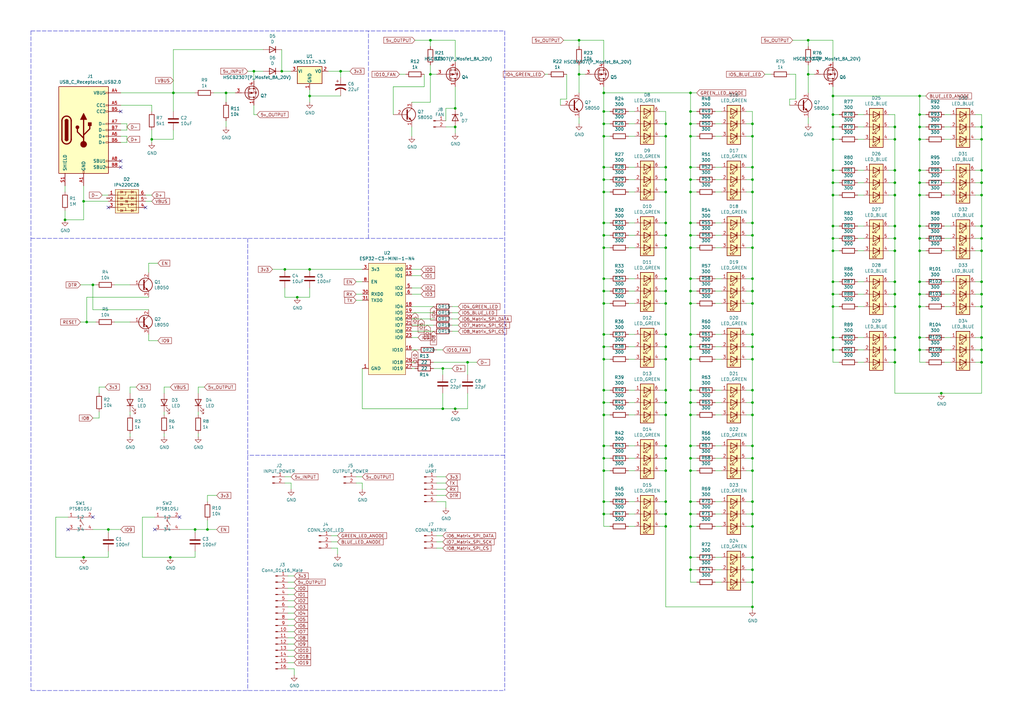
<source format=kicad_sch>
(kicad_sch (version 20211123) (generator eeschema)
  (paper "A3")
  (junction (at 273.05 78.74))
  (junction (at 273.05 50.8))
  (junction (at 283.21 215.9))
  (junction (at 377.19 125.73))
  (junction (at 115.57 29.21))
  (junction (at 402.59 80.01))
  (junction (at 247.65 68.58))
  (junction (at 402.59 69.85))
  (junction (at 341.63 102.87))
  (junction (at 273.05 91.44))
  (junction (at 247.65 187.96))
  (junction (at 377.19 102.87))
  (junction (at 237.49 16.51))
  (junction (at 34.29 228.6))
  (junction (at 402.59 102.87))
  (junction (at 247.65 210.82))
  (junction (at 283.21 68.58))
  (junction (at 273.05 160.02))
  (junction (at 247.65 73.66))
  (junction (at 377.19 138.43))
  (junction (at 377.19 97.79))
  (junction (at 273.05 68.58))
  (junction (at 402.59 125.73))
  (junction (at 247.65 55.88))
  (junction (at 308.61 96.52))
  (junction (at 367.03 57.15))
  (junction (at 283.21 170.18))
  (junction (at 247.65 96.52))
  (junction (at 402.59 97.79))
  (junction (at 341.63 57.15))
  (junction (at 35.56 132.08))
  (junction (at 273.05 124.46))
  (junction (at 367.03 92.71))
  (junction (at 247.65 160.02))
  (junction (at 283.21 91.44))
  (junction (at 283.21 114.3))
  (junction (at 273.05 193.04))
  (junction (at 308.61 50.8))
  (junction (at 176.53 30.48))
  (junction (at 127 39.37))
  (junction (at 273.05 205.74))
  (junction (at 402.59 57.15))
  (junction (at 377.19 57.15))
  (junction (at 402.59 120.65))
  (junction (at 92.71 38.1))
  (junction (at 273.05 165.1))
  (junction (at 186.69 52.07))
  (junction (at 283.21 142.24))
  (junction (at 377.19 69.85))
  (junction (at 377.19 92.71))
  (junction (at 181.61 151.13))
  (junction (at 283.21 228.6))
  (junction (at 308.61 119.38))
  (junction (at 247.65 124.46))
  (junction (at 139.7 29.21))
  (junction (at 26.67 90.17))
  (junction (at 176.53 16.51))
  (junction (at 341.63 97.79))
  (junction (at 402.59 143.51))
  (junction (at 308.61 91.44))
  (junction (at 308.61 142.24))
  (junction (at 341.63 143.51))
  (junction (at 367.03 80.01))
  (junction (at 273.05 119.38))
  (junction (at 402.59 92.71))
  (junction (at 341.63 52.07))
  (junction (at 273.05 137.16))
  (junction (at 121.92 121.92))
  (junction (at 247.65 137.16))
  (junction (at 341.63 69.85))
  (junction (at 341.63 39.37))
  (junction (at 367.03 74.93))
  (junction (at 308.61 55.88))
  (junction (at 80.01 217.17))
  (junction (at 341.63 120.65))
  (junction (at 377.19 143.51))
  (junction (at 367.03 120.65))
  (junction (at 308.61 210.82))
  (junction (at 283.21 165.1))
  (junction (at 377.19 74.93))
  (junction (at 273.05 182.88))
  (junction (at 273.05 210.82))
  (junction (at 273.05 114.3))
  (junction (at 283.21 210.82))
  (junction (at 308.61 205.74))
  (junction (at 247.65 45.72))
  (junction (at 402.59 138.43))
  (junction (at 308.61 187.96))
  (junction (at 38.1 116.84))
  (junction (at 62.23 57.15))
  (junction (at 247.65 38.1))
  (junction (at 247.65 142.24))
  (junction (at 367.03 125.73))
  (junction (at 283.21 78.74))
  (junction (at 104.14 29.21))
  (junction (at 367.03 52.07))
  (junction (at 127 110.49))
  (junction (at 341.63 74.93))
  (junction (at 341.63 46.99))
  (junction (at 283.21 160.02))
  (junction (at 377.19 120.65))
  (junction (at 283.21 205.74))
  (junction (at 341.63 92.71))
  (junction (at 308.61 78.74))
  (junction (at 367.03 148.59))
  (junction (at 367.03 143.51))
  (junction (at 247.65 91.44))
  (junction (at 308.61 248.92))
  (junction (at 331.47 30.48))
  (junction (at 247.65 114.3))
  (junction (at 247.65 50.8))
  (junction (at 341.63 115.57))
  (junction (at 308.61 170.18))
  (junction (at 273.05 101.6))
  (junction (at 237.49 30.48))
  (junction (at 273.05 142.24))
  (junction (at 341.63 125.73))
  (junction (at 283.21 96.52))
  (junction (at 377.19 80.01))
  (junction (at 308.61 101.6))
  (junction (at 308.61 238.76))
  (junction (at 377.19 39.37))
  (junction (at 247.65 101.6))
  (junction (at 308.61 165.1))
  (junction (at 308.61 124.46))
  (junction (at 283.21 101.6))
  (junction (at 283.21 55.88))
  (junction (at 283.21 182.88))
  (junction (at 116.84 110.49))
  (junction (at 367.03 138.43))
  (junction (at 402.59 148.59))
  (junction (at 283.21 45.72))
  (junction (at 283.21 137.16))
  (junction (at 308.61 182.88))
  (junction (at 308.61 228.6))
  (junction (at 341.63 80.01))
  (junction (at 386.08 161.29))
  (junction (at 186.69 44.45))
  (junction (at 308.61 215.9))
  (junction (at 377.19 46.99))
  (junction (at 283.21 38.1))
  (junction (at 308.61 114.3))
  (junction (at 273.05 215.9))
  (junction (at 247.65 165.1))
  (junction (at 247.65 205.74))
  (junction (at 367.03 97.79))
  (junction (at 308.61 147.32))
  (junction (at 283.21 119.38))
  (junction (at 247.65 170.18))
  (junction (at 273.05 187.96))
  (junction (at 273.05 96.52))
  (junction (at 308.61 233.68))
  (junction (at 367.03 102.87))
  (junction (at 273.05 73.66))
  (junction (at 85.09 217.17))
  (junction (at 283.21 124.46))
  (junction (at 71.12 38.1))
  (junction (at 247.65 78.74))
  (junction (at 283.21 50.8))
  (junction (at 402.59 115.57))
  (junction (at 283.21 73.66))
  (junction (at 283.21 147.32))
  (junction (at 247.65 147.32))
  (junction (at 273.05 170.18))
  (junction (at 69.85 228.6))
  (junction (at 308.61 73.66))
  (junction (at 283.21 193.04))
  (junction (at 377.19 115.57))
  (junction (at 308.61 193.04))
  (junction (at 34.29 82.55))
  (junction (at 341.63 138.43))
  (junction (at 367.03 115.57))
  (junction (at 308.61 160.02))
  (junction (at 308.61 137.16))
  (junction (at 308.61 68.58))
  (junction (at 377.19 52.07))
  (junction (at 181.61 167.64))
  (junction (at 367.03 69.85))
  (junction (at 247.65 182.88))
  (junction (at 186.69 167.64))
  (junction (at 44.45 217.17))
  (junction (at 273.05 147.32))
  (junction (at 191.77 148.59))
  (junction (at 331.47 16.51))
  (junction (at 402.59 52.07))
  (junction (at 402.59 74.93))
  (junction (at 273.05 55.88))
  (junction (at 283.21 187.96))
  (junction (at 247.65 119.38))
  (junction (at 283.21 233.68))
  (junction (at 247.65 193.04))
  (no_connect (at 49.53 66.04))
  (no_connect (at 27.94 217.17))
  (no_connect (at 38.1 212.09))
  (no_connect (at 63.5 217.17))
  (no_connect (at 49.53 45.72))
  (no_connect (at 49.53 68.58))
  (no_connect (at 73.66 212.09))
  (no_connect (at 59.69 85.09))
  (no_connect (at 44.45 85.09))
  (wire (pts (xy 247.65 170.18) (xy 247.65 165.1)))
  (wire (pts (xy 293.37 210.82) (xy 295.91 210.82)))
  (wire (pts (xy 181.61 161.29) (xy 181.61 167.64)))
  (wire (pts (xy 351.79 92.71) (xy 354.33 92.71)))
  (wire (pts (xy 120.65 261.62) (xy 118.11 261.62)))
  (wire (pts (xy 341.63 57.15) (xy 341.63 69.85)))
  (wire (pts (xy 273.05 187.96) (xy 270.51 187.96)))
  (wire (pts (xy 387.35 120.65) (xy 389.89 120.65)))
  (wire (pts (xy 377.19 74.93) (xy 377.19 69.85)))
  (wire (pts (xy 237.49 16.51) (xy 247.65 16.51)))
  (wire (pts (xy 308.61 119.38) (xy 306.07 119.38)))
  (wire (pts (xy 308.61 238.76) (xy 308.61 248.92)))
  (wire (pts (xy 247.65 38.1) (xy 283.21 38.1)))
  (wire (pts (xy 402.59 148.59) (xy 402.59 143.51)))
  (wire (pts (xy 60.96 127) (xy 38.1 127)))
  (wire (pts (xy 34.29 76.2) (xy 34.29 82.55)))
  (wire (pts (xy 283.21 160.02) (xy 285.75 160.02)))
  (wire (pts (xy 293.37 238.76) (xy 295.91 238.76)))
  (wire (pts (xy 270.51 193.04) (xy 273.05 193.04)))
  (wire (pts (xy 387.35 52.07) (xy 389.89 52.07)))
  (wire (pts (xy 257.81 182.88) (xy 260.35 182.88)))
  (wire (pts (xy 293.37 193.04) (xy 295.91 193.04)))
  (wire (pts (xy 181.61 151.13) (xy 181.61 153.67)))
  (wire (pts (xy 308.61 101.6) (xy 308.61 96.52)))
  (wire (pts (xy 283.21 101.6) (xy 283.21 96.52)))
  (wire (pts (xy 367.03 69.85) (xy 364.49 69.85)))
  (wire (pts (xy 283.21 187.96) (xy 285.75 187.96)))
  (wire (pts (xy 331.47 16.51) (xy 325.12 16.51)))
  (wire (pts (xy 377.19 138.43) (xy 379.73 138.43)))
  (wire (pts (xy 308.61 182.88) (xy 306.07 182.88)))
  (wire (pts (xy 341.63 57.15) (xy 341.63 52.07)))
  (wire (pts (xy 176.53 30.48) (xy 176.53 41.91)))
  (wire (pts (xy 224.79 30.48) (xy 223.52 30.48)))
  (wire (pts (xy 367.03 102.87) (xy 367.03 115.57)))
  (wire (pts (xy 172.72 110.49) (xy 168.91 110.49)))
  (wire (pts (xy 257.81 193.04) (xy 260.35 193.04)))
  (wire (pts (xy 273.05 137.16) (xy 273.05 142.24)))
  (wire (pts (xy 49.53 55.88) (xy 52.07 55.88)))
  (wire (pts (xy 182.88 208.28) (xy 182.88 205.74)))
  (wire (pts (xy 323.85 40.64) (xy 323.85 43.18)))
  (wire (pts (xy 377.19 69.85) (xy 379.73 69.85)))
  (wire (pts (xy 247.65 165.1) (xy 250.19 165.1)))
  (polyline (pts (xy 151.13 97.79) (xy 151.13 12.7)))
  (wire (pts (xy 34.29 90.17) (xy 26.67 90.17)))
  (wire (pts (xy 293.37 182.88) (xy 295.91 182.88)))
  (wire (pts (xy 331.47 26.67) (xy 331.47 30.48)))
  (wire (pts (xy 38.1 171.45) (xy 40.64 171.45)))
  (wire (pts (xy 273.05 73.66) (xy 273.05 68.58)))
  (wire (pts (xy 27.94 212.09) (xy 22.86 212.09)))
  (wire (pts (xy 351.79 46.99) (xy 354.33 46.99)))
  (wire (pts (xy 120.65 266.7) (xy 118.11 266.7)))
  (wire (pts (xy 402.59 125.73) (xy 402.59 138.43)))
  (wire (pts (xy 367.03 92.71) (xy 364.49 92.71)))
  (wire (pts (xy 283.21 119.38) (xy 285.75 119.38)))
  (wire (pts (xy 367.03 125.73) (xy 367.03 120.65)))
  (wire (pts (xy 247.65 16.51) (xy 247.65 25.4)))
  (wire (pts (xy 377.19 57.15) (xy 377.19 69.85)))
  (wire (pts (xy 387.35 46.99) (xy 389.89 46.99)))
  (wire (pts (xy 364.49 80.01) (xy 367.03 80.01)))
  (wire (pts (xy 283.21 55.88) (xy 283.21 68.58)))
  (wire (pts (xy 387.35 148.59) (xy 389.89 148.59)))
  (wire (pts (xy 247.65 45.72) (xy 250.19 45.72)))
  (wire (pts (xy 367.03 57.15) (xy 367.03 69.85)))
  (wire (pts (xy 364.49 125.73) (xy 367.03 125.73)))
  (wire (pts (xy 341.63 138.43) (xy 344.17 138.43)))
  (wire (pts (xy 308.61 78.74) (xy 308.61 91.44)))
  (wire (pts (xy 229.87 40.64) (xy 229.87 43.18)))
  (wire (pts (xy 237.49 30.48) (xy 237.49 26.67)))
  (wire (pts (xy 270.51 170.18) (xy 273.05 170.18)))
  (wire (pts (xy 257.81 78.74) (xy 260.35 78.74)))
  (wire (pts (xy 120.65 236.22) (xy 118.11 236.22)))
  (wire (pts (xy 232.41 30.48) (xy 232.41 40.64)))
  (wire (pts (xy 367.03 143.51) (xy 364.49 143.51)))
  (wire (pts (xy 273.05 165.1) (xy 270.51 165.1)))
  (wire (pts (xy 377.19 143.51) (xy 379.73 143.51)))
  (wire (pts (xy 293.37 137.16) (xy 295.91 137.16)))
  (wire (pts (xy 308.61 73.66) (xy 308.61 68.58)))
  (wire (pts (xy 116.84 110.49) (xy 127 110.49)))
  (wire (pts (xy 44.45 217.17) (xy 44.45 218.44)))
  (wire (pts (xy 247.65 165.1) (xy 247.65 160.02)))
  (wire (pts (xy 71.12 38.1) (xy 49.53 38.1)))
  (wire (pts (xy 138.43 222.25) (xy 135.89 222.25)))
  (wire (pts (xy 351.79 57.15) (xy 354.33 57.15)))
  (wire (pts (xy 344.17 57.15) (xy 341.63 57.15)))
  (wire (pts (xy 87.63 38.1) (xy 92.71 38.1)))
  (wire (pts (xy 367.03 97.79) (xy 367.03 92.71)))
  (wire (pts (xy 257.81 50.8) (xy 260.35 50.8)))
  (wire (pts (xy 341.63 39.37) (xy 341.63 46.99)))
  (wire (pts (xy 402.59 74.93) (xy 402.59 69.85)))
  (wire (pts (xy 351.79 125.73) (xy 354.33 125.73)))
  (wire (pts (xy 85.09 217.17) (xy 88.9 217.17)))
  (wire (pts (xy 387.35 97.79) (xy 389.89 97.79)))
  (wire (pts (xy 313.69 30.48) (xy 316.23 30.48)))
  (wire (pts (xy 306.07 193.04) (xy 308.61 193.04)))
  (wire (pts (xy 400.05 57.15) (xy 402.59 57.15)))
  (wire (pts (xy 273.05 215.9) (xy 273.05 210.82)))
  (wire (pts (xy 120.65 259.08) (xy 118.11 259.08)))
  (wire (pts (xy 148.59 198.12) (xy 146.05 198.12)))
  (wire (pts (xy 364.49 57.15) (xy 367.03 57.15)))
  (wire (pts (xy 270.51 101.6) (xy 273.05 101.6)))
  (wire (pts (xy 364.49 148.59) (xy 367.03 148.59)))
  (wire (pts (xy 351.79 148.59) (xy 354.33 148.59)))
  (wire (pts (xy 247.65 101.6) (xy 247.65 114.3)))
  (wire (pts (xy 146.05 120.65) (xy 148.59 120.65)))
  (wire (pts (xy 341.63 138.43) (xy 341.63 143.51)))
  (wire (pts (xy 283.21 215.9) (xy 283.21 210.82)))
  (wire (pts (xy 119.38 200.66) (xy 119.38 198.12)))
  (wire (pts (xy 148.59 200.66) (xy 148.59 198.12)))
  (wire (pts (xy 285.75 215.9) (xy 283.21 215.9)))
  (wire (pts (xy 377.19 80.01) (xy 377.19 74.93)))
  (wire (pts (xy 247.65 187.96) (xy 250.19 187.96)))
  (wire (pts (xy 273.05 193.04) (xy 273.05 187.96)))
  (wire (pts (xy 49.53 217.17) (xy 44.45 217.17)))
  (wire (pts (xy 402.59 120.65) (xy 400.05 120.65)))
  (wire (pts (xy 283.21 215.9) (xy 283.21 228.6)))
  (wire (pts (xy 402.59 102.87) (xy 402.59 97.79)))
  (wire (pts (xy 367.03 74.93) (xy 364.49 74.93)))
  (wire (pts (xy 168.91 128.27) (xy 177.8 128.27)))
  (wire (pts (xy 49.53 43.18) (xy 62.23 43.18)))
  (wire (pts (xy 187.96 128.27) (xy 185.42 128.27)))
  (wire (pts (xy 80.01 228.6) (xy 80.01 226.06)))
  (polyline (pts (xy 12.7 12.7) (xy 12.7 283.21)))
  (wire (pts (xy 273.05 170.18) (xy 273.05 182.88)))
  (wire (pts (xy 139.7 29.21) (xy 134.62 29.21)))
  (wire (pts (xy 293.37 187.96) (xy 295.91 187.96)))
  (wire (pts (xy 273.05 91.44) (xy 270.51 91.44)))
  (wire (pts (xy 120.65 248.92) (xy 118.11 248.92)))
  (wire (pts (xy 40.64 161.29) (xy 40.64 158.75)))
  (wire (pts (xy 257.81 215.9) (xy 260.35 215.9)))
  (wire (pts (xy 283.21 55.88) (xy 283.21 50.8)))
  (wire (pts (xy 283.21 147.32) (xy 283.21 142.24)))
  (wire (pts (xy 177.8 151.13) (xy 181.61 151.13)))
  (wire (pts (xy 81.28 161.29) (xy 81.28 158.75)))
  (wire (pts (xy 285.75 55.88) (xy 283.21 55.88)))
  (wire (pts (xy 120.65 276.86) (xy 120.65 274.32)))
  (wire (pts (xy 283.21 238.76) (xy 283.21 233.68)))
  (wire (pts (xy 326.39 40.64) (xy 323.85 40.64)))
  (wire (pts (xy 283.21 50.8) (xy 285.75 50.8)))
  (wire (pts (xy 85.09 205.74) (xy 85.09 203.2)))
  (wire (pts (xy 283.21 170.18) (xy 283.21 165.1)))
  (wire (pts (xy 247.65 73.66) (xy 250.19 73.66)))
  (polyline (pts (xy 12.7 97.79) (xy 207.01 97.79)))
  (wire (pts (xy 334.01 30.48) (xy 331.47 30.48)))
  (polyline (pts (xy 101.6 97.79) (xy 101.6 283.21)))
  (wire (pts (xy 367.03 148.59) (xy 367.03 161.29)))
  (wire (pts (xy 127 118.11) (xy 127 121.92)))
  (wire (pts (xy 168.91 135.89) (xy 177.8 135.89)))
  (wire (pts (xy 341.63 97.79) (xy 341.63 92.71)))
  (wire (pts (xy 250.19 147.32) (xy 247.65 147.32)))
  (wire (pts (xy 176.53 16.51) (xy 186.69 16.51)))
  (wire (pts (xy 247.65 96.52) (xy 247.65 91.44)))
  (wire (pts (xy 273.05 101.6) (xy 273.05 114.3)))
  (wire (pts (xy 22.86 228.6) (xy 34.29 228.6)))
  (wire (pts (xy 379.73 57.15) (xy 377.19 57.15)))
  (wire (pts (xy 377.19 52.07) (xy 377.19 46.99)))
  (wire (pts (xy 71.12 38.1) (xy 71.12 20.32)))
  (wire (pts (xy 308.61 45.72) (xy 306.07 45.72)))
  (wire (pts (xy 257.81 91.44) (xy 260.35 91.44)))
  (wire (pts (xy 139.7 29.21) (xy 143.51 29.21)))
  (wire (pts (xy 308.61 170.18) (xy 308.61 165.1)))
  (wire (pts (xy 161.29 35.56) (xy 173.99 35.56)))
  (wire (pts (xy 351.79 102.87) (xy 354.33 102.87)))
  (wire (pts (xy 293.37 73.66) (xy 295.91 73.66)))
  (wire (pts (xy 120.65 238.76) (xy 118.11 238.76)))
  (wire (pts (xy 283.21 124.46) (xy 283.21 119.38)))
  (wire (pts (xy 138.43 224.79) (xy 135.89 224.79)))
  (wire (pts (xy 247.65 101.6) (xy 247.65 96.52)))
  (wire (pts (xy 308.61 101.6) (xy 308.61 114.3)))
  (wire (pts (xy 52.07 50.8) (xy 49.53 50.8)))
  (wire (pts (xy 168.91 55.88) (xy 168.91 52.07)))
  (wire (pts (xy 257.81 187.96) (xy 260.35 187.96)))
  (wire (pts (xy 138.43 219.71) (xy 135.89 219.71)))
  (wire (pts (xy 293.37 114.3) (xy 295.91 114.3)))
  (wire (pts (xy 283.21 96.52) (xy 285.75 96.52)))
  (wire (pts (xy 181.61 151.13) (xy 185.42 151.13)))
  (wire (pts (xy 53.34 170.18) (xy 53.34 168.91)))
  (wire (pts (xy 308.61 228.6) (xy 306.07 228.6)))
  (wire (pts (xy 402.59 148.59) (xy 402.59 161.29)))
  (wire (pts (xy 173.99 35.56) (xy 173.99 30.48)))
  (wire (pts (xy 387.35 125.73) (xy 389.89 125.73)))
  (wire (pts (xy 402.59 69.85) (xy 400.05 69.85)))
  (wire (pts (xy 377.19 148.59) (xy 377.19 143.51)))
  (wire (pts (xy 237.49 50.8) (xy 237.49 48.26)))
  (wire (pts (xy 120.65 269.24) (xy 118.11 269.24)))
  (wire (pts (xy 273.05 96.52) (xy 273.05 91.44)))
  (wire (pts (xy 283.21 205.74) (xy 285.75 205.74)))
  (wire (pts (xy 308.61 233.68) (xy 306.07 233.68)))
  (wire (pts (xy 308.61 68.58) (xy 306.07 68.58)))
  (wire (pts (xy 273.05 205.74) (xy 270.51 205.74)))
  (wire (pts (xy 273.05 165.1) (xy 273.05 160.02)))
  (wire (pts (xy 273.05 182.88) (xy 270.51 182.88)))
  (wire (pts (xy 247.65 147.32) (xy 247.65 142.24)))
  (wire (pts (xy 22.86 212.09) (xy 22.86 228.6)))
  (wire (pts (xy 104.14 29.21) (xy 101.6 29.21)))
  (wire (pts (xy 127 110.49) (xy 148.59 110.49)))
  (wire (pts (xy 308.61 193.04) (xy 308.61 205.74)))
  (wire (pts (xy 379.73 102.87) (xy 377.19 102.87)))
  (wire (pts (xy 120.65 241.3) (xy 118.11 241.3)))
  (wire (pts (xy 402.59 143.51) (xy 400.05 143.51)))
  (wire (pts (xy 283.21 182.88) (xy 283.21 187.96)))
  (wire (pts (xy 273.05 170.18) (xy 273.05 165.1)))
  (wire (pts (xy 308.61 210.82) (xy 308.61 205.74)))
  (wire (pts (xy 62.23 43.18) (xy 62.23 45.72)))
  (wire (pts (xy 377.19 39.37) (xy 377.19 46.99)))
  (wire (pts (xy 257.81 210.82) (xy 260.35 210.82)))
  (wire (pts (xy 308.61 165.1) (xy 308.61 160.02)))
  (wire (pts (xy 273.05 45.72) (xy 270.51 45.72)))
  (wire (pts (xy 81.28 170.18) (xy 81.28 168.91)))
  (wire (pts (xy 187.96 135.89) (xy 185.42 135.89)))
  (wire (pts (xy 257.81 165.1) (xy 260.35 165.1)))
  (wire (pts (xy 247.65 119.38) (xy 250.19 119.38)))
  (wire (pts (xy 257.81 170.18) (xy 260.35 170.18)))
  (wire (pts (xy 377.19 143.51) (xy 377.19 138.43)))
  (wire (pts (xy 402.59 80.01) (xy 402.59 74.93)))
  (wire (pts (xy 283.21 233.68) (xy 283.21 228.6)))
  (wire (pts (xy 182.88 205.74) (xy 179.07 205.74)))
  (wire (pts (xy 38.1 116.84) (xy 39.37 116.84)))
  (wire (pts (xy 120.65 251.46) (xy 118.11 251.46)))
  (wire (pts (xy 387.35 57.15) (xy 389.89 57.15)))
  (wire (pts (xy 85.09 203.2) (xy 88.9 203.2)))
  (wire (pts (xy 181.61 219.71) (xy 179.07 219.71)))
  (wire (pts (xy 247.65 215.9) (xy 247.65 210.82)))
  (wire (pts (xy 308.61 147.32) (xy 308.61 142.24)))
  (wire (pts (xy 63.5 212.09) (xy 58.42 212.09)))
  (wire (pts (xy 283.21 182.88) (xy 285.75 182.88)))
  (wire (pts (xy 341.63 35.56) (xy 341.63 39.37)))
  (wire (pts (xy 285.75 38.1) (xy 283.21 38.1)))
  (wire (pts (xy 81.28 179.07) (xy 81.28 177.8)))
  (wire (pts (xy 273.05 147.32) (xy 273.05 142.24)))
  (wire (pts (xy 283.21 193.04) (xy 283.21 187.96)))
  (wire (pts (xy 170.18 148.59) (xy 168.91 148.59)))
  (wire (pts (xy 293.37 78.74) (xy 295.91 78.74)))
  (wire (pts (xy 182.88 44.45) (xy 186.69 44.45)))
  (wire (pts (xy 283.21 101.6) (xy 283.21 114.3)))
  (wire (pts (xy 67.31 170.18) (xy 67.31 168.91)))
  (polyline (pts (xy 12.7 12.7) (xy 207.01 12.7)))
  (wire (pts (xy 308.61 91.44) (xy 306.07 91.44)))
  (wire (pts (xy 120.65 274.32) (xy 118.11 274.32)))
  (wire (pts (xy 247.65 137.16) (xy 250.19 137.16)))
  (wire (pts (xy 67.31 158.75) (xy 69.85 158.75)))
  (wire (pts (xy 377.19 120.65) (xy 379.73 120.65)))
  (wire (pts (xy 71.12 20.32) (xy 107.95 20.32)))
  (wire (pts (xy 92.71 52.07) (xy 92.71 49.53)))
  (wire (pts (xy 247.65 38.1) (xy 247.65 45.72)))
  (wire (pts (xy 379.73 148.59) (xy 377.19 148.59)))
  (wire (pts (xy 247.65 147.32) (xy 247.65 160.02)))
  (wire (pts (xy 257.81 119.38) (xy 260.35 119.38)))
  (wire (pts (xy 67.31 179.07) (xy 67.31 177.8)))
  (wire (pts (xy 283.21 147.32) (xy 283.21 160.02)))
  (wire (pts (xy 341.63 52.07) (xy 341.63 46.99)))
  (wire (pts (xy 308.61 187.96) (xy 308.61 182.88)))
  (wire (pts (xy 293.37 228.6) (xy 295.91 228.6)))
  (wire (pts (xy 168.91 130.81) (xy 177.8 130.81)))
  (wire (pts (xy 308.61 124.46) (xy 308.61 119.38)))
  (wire (pts (xy 120.65 254) (xy 118.11 254)))
  (wire (pts (xy 341.63 102.87) (xy 341.63 97.79)))
  (wire (pts (xy 116.84 118.11) (xy 116.84 121.92)))
  (wire (pts (xy 247.65 193.04) (xy 247.65 187.96)))
  (wire (pts (xy 172.72 113.03) (xy 168.91 113.03)))
  (wire (pts (xy 283.21 193.04) (xy 283.21 205.74)))
  (wire (pts (xy 187.96 130.81) (xy 185.42 130.81)))
  (wire (pts (xy 308.61 165.1) (xy 306.07 165.1)))
  (wire (pts (xy 400.05 125.73) (xy 402.59 125.73)))
  (wire (pts (xy 257.81 96.52) (xy 260.35 96.52)))
  (wire (pts (xy 341.63 120.65) (xy 344.17 120.65)))
  (wire (pts (xy 367.03 120.65) (xy 367.03 115.57)))
  (wire (pts (xy 104.14 46.99) (xy 104.14 43.18)))
  (wire (pts (xy 283.21 170.18) (xy 283.21 182.88)))
  (wire (pts (xy 60.96 121.92) (xy 35.56 121.92)))
  (wire (pts (xy 367.03 57.15) (xy 367.03 52.07)))
  (wire (pts (xy 138.43 227.33) (xy 138.43 224.79)))
  (wire (pts (xy 402.59 46.99) (xy 400.05 46.99)))
  (wire (pts (xy 257.81 114.3) (xy 260.35 114.3)))
  (wire (pts (xy 308.61 215.9) (xy 308.61 210.82)))
  (wire (pts (xy 176.53 30.48) (xy 176.53 26.67)))
  (wire (pts (xy 293.37 165.1) (xy 295.91 165.1)))
  (wire (pts (xy 402.59 57.15) (xy 402.59 69.85)))
  (wire (pts (xy 402.59 92.71) (xy 400.05 92.71)))
  (wire (pts (xy 273.05 137.16) (xy 270.51 137.16)))
  (wire (pts (xy 181.61 224.79) (xy 179.07 224.79)))
  (wire (pts (xy 139.7 39.37) (xy 127 39.37)))
  (wire (pts (xy 273.05 55.88) (xy 273.05 50.8)))
  (wire (pts (xy 285.75 124.46) (xy 283.21 124.46)))
  (wire (pts (xy 283.21 50.8) (xy 283.21 45.72)))
  (wire (pts (xy 191.77 167.64) (xy 186.69 167.64)))
  (wire (pts (xy 306.07 238.76) (xy 308.61 238.76)))
  (wire (pts (xy 115.57 29.21) (xy 119.38 29.21)))
  (wire (pts (xy 326.39 30.48) (xy 323.85 30.48)))
  (wire (pts (xy 270.51 215.9) (xy 273.05 215.9)))
  (wire (pts (xy 237.49 19.05) (xy 237.49 16.51)))
  (wire (pts (xy 247.65 78.74) (xy 247.65 91.44)))
  (wire (pts (xy 247.65 114.3) (xy 250.19 114.3)))
  (wire (pts (xy 44.45 228.6) (xy 44.45 226.06)))
  (wire (pts (xy 377.19 102.87) (xy 377.19 115.57)))
  (wire (pts (xy 273.05 119.38) (xy 270.51 119.38)))
  (wire (pts (xy 308.61 119.38) (xy 308.61 114.3)))
  (wire (pts (xy 44.45 217.17) (xy 38.1 217.17)))
  (wire (pts (xy 308.61 50.8) (xy 308.61 45.72)))
  (wire (pts (xy 331.47 30.48) (xy 331.47 38.1)))
  (wire (pts (xy 400.05 80.01) (xy 402.59 80.01)))
  (wire (pts (xy 247.65 68.58) (xy 250.19 68.58)))
  (wire (pts (xy 306.07 147.32) (xy 308.61 147.32)))
  (wire (pts (xy 170.18 151.13) (xy 168.91 151.13)))
  (wire (pts (xy 34.29 82.55) (xy 34.29 90.17)))
  (wire (pts (xy 270.51 55.88) (xy 273.05 55.88)))
  (wire (pts (xy 148.59 151.13) (xy 148.59 167.64)))
  (wire (pts (xy 351.79 120.65) (xy 354.33 120.65)))
  (wire (pts (xy 107.95 29.21) (xy 104.14 29.21)))
  (wire (pts (xy 273.05 193.04) (xy 273.05 205.74)))
  (wire (pts (xy 257.81 68.58) (xy 260.35 68.58)))
  (wire (pts (xy 247.65 170.18) (xy 247.65 182.88)))
  (wire (pts (xy 187.96 133.35) (xy 185.42 133.35)))
  (wire (pts (xy 341.63 143.51) (xy 344.17 143.51)))
  (wire (pts (xy 293.37 160.02) (xy 295.91 160.02)))
  (wire (pts (xy 181.61 167.64) (xy 186.69 167.64)))
  (wire (pts (xy 308.61 55.88) (xy 308.61 50.8)))
  (wire (pts (xy 119.38 195.58) (xy 116.84 195.58)))
  (wire (pts (xy 181.61 222.25) (xy 179.07 222.25)))
  (wire (pts (xy 367.03 74.93) (xy 367.03 69.85)))
  (wire (pts (xy 344.17 148.59) (xy 341.63 148.59)))
  (polyline (pts (xy 207.01 186.69) (xy 101.6 186.69)))
  (wire (pts (xy 387.35 115.57) (xy 389.89 115.57)))
  (wire (pts (xy 283.21 233.68) (xy 285.75 233.68)))
  (wire (pts (xy 344.17 80.01) (xy 341.63 80.01)))
  (polyline (pts (xy 12.7 283.21) (xy 207.01 283.21)))
  (wire (pts (xy 53.34 158.75) (xy 55.88 158.75)))
  (wire (pts (xy 182.88 203.2) (xy 179.07 203.2)))
  (wire (pts (xy 306.07 215.9) (xy 308.61 215.9)))
  (wire (pts (xy 331.47 19.05) (xy 331.47 16.51)))
  (wire (pts (xy 402.59 138.43) (xy 400.05 138.43)))
  (wire (pts (xy 283.21 210.82) (xy 283.21 205.74)))
  (wire (pts (xy 33.02 116.84) (xy 38.1 116.84)))
  (wire (pts (xy 62.23 53.34) (xy 62.23 57.15)))
  (wire (pts (xy 377.19 57.15) (xy 377.19 52.07)))
  (wire (pts (xy 308.61 233.68) (xy 308.61 228.6)))
  (wire (pts (xy 379.73 39.37) (xy 377.19 39.37)))
  (wire (pts (xy 273.05 78.74) (xy 273.05 73.66)))
  (wire (pts (xy 367.03 80.01) (xy 367.03 92.71)))
  (wire (pts (xy 402.59 52.07) (xy 402.59 46.99)))
  (wire (pts (xy 237.49 30.48) (xy 240.03 30.48)))
  (wire (pts (xy 273.05 50.8) (xy 270.51 50.8)))
  (wire (pts (xy 186.69 52.07) (xy 182.88 52.07)))
  (wire (pts (xy 273.05 248.92) (xy 308.61 248.92)))
  (wire (pts (xy 377.19 120.65) (xy 377.19 115.57)))
  (wire (pts (xy 273.05 210.82) (xy 270.51 210.82)))
  (wire (pts (xy 115.57 20.32) (xy 115.57 29.21)))
  (wire (pts (xy 59.69 80.01) (xy 62.23 80.01)))
  (wire (pts (xy 257.81 142.24) (xy 260.35 142.24)))
  (wire (pts (xy 308.61 248.92) (xy 308.61 250.19)))
  (wire (pts (xy 247.65 187.96) (xy 247.65 182.88)))
  (wire (pts (xy 247.65 124.46) (xy 247.65 119.38)))
  (wire (pts (xy 308.61 147.32) (xy 308.61 160.02)))
  (wire (pts (xy 308.61 114.3) (xy 306.07 114.3)))
  (wire (pts (xy 283.21 142.24) (xy 283.21 137.16)))
  (wire (pts (xy 367.03 97.79) (xy 364.49 97.79)))
  (wire (pts (xy 148.59 167.64) (xy 181.61 167.64)))
  (wire (pts (xy 293.37 45.72) (xy 295.91 45.72)))
  (wire (pts (xy 250.19 55.88) (xy 247.65 55.88)))
  (wire (pts (xy 92.71 38.1) (xy 96.52 38.1)))
  (wire (pts (xy 71.12 38.1) (xy 71.12 45.72)))
  (wire (pts (xy 104.14 29.21) (xy 104.14 33.02)))
  (wire (pts (xy 377.19 39.37) (xy 341.63 39.37)))
  (wire (pts (xy 182.88 200.66) (xy 179.07 200.66)))
  (wire (pts (xy 341.63 120.65) (xy 341.63 115.57)))
  (wire (pts (xy 377.19 92.71) (xy 379.73 92.71)))
  (wire (pts (xy 60.96 107.95) (xy 64.77 107.95)))
  (wire (pts (xy 283.21 78.74) (xy 283.21 91.44)))
  (polyline (pts (xy 207.01 12.7) (xy 207.01 283.21)))
  (wire (pts (xy 247.65 96.52) (xy 250.19 96.52)))
  (wire (pts (xy 377.19 46.99) (xy 379.73 46.99)))
  (wire (pts (xy 250.19 124.46) (xy 247.65 124.46)))
  (wire (pts (xy 92.71 38.1) (xy 92.71 41.91)))
  (wire (pts (xy 127 121.92) (xy 121.92 121.92)))
  (wire (pts (xy 257.81 124.46) (xy 260.35 124.46)))
  (wire (pts (xy 247.65 210.82) (xy 250.19 210.82)))
  (wire (pts (xy 283.21 210.82) (xy 285.75 210.82)))
  (wire (pts (xy 402.59 161.29) (xy 386.08 161.29)))
  (wire (pts (xy 270.51 147.32) (xy 273.05 147.32)))
  (wire (pts (xy 120.65 256.54) (xy 118.11 256.54)))
  (wire (pts (xy 71.12 53.34) (xy 71.12 57.15)))
  (wire (pts (xy 293.37 124.46) (xy 295.91 124.46)))
  (wire (pts (xy 341.63 74.93) (xy 344.17 74.93)))
  (wire (pts (xy 387.35 69.85) (xy 389.89 69.85)))
  (wire (pts (xy 186.69 16.51) (xy 186.69 25.4)))
  (wire (pts (xy 308.61 142.24) (xy 306.07 142.24)))
  (wire (pts (xy 285.75 147.32) (xy 283.21 147.32)))
  (wire (pts (xy 308.61 215.9) (xy 308.61 228.6)))
  (wire (pts (xy 306.07 124.46) (xy 308.61 124.46)))
  (wire (pts (xy 176.53 30.48) (xy 179.07 30.48)))
  (wire (pts (xy 58.42 212.09) (xy 58.42 228.6)))
  (wire (pts (xy 367.03 115.57) (xy 364.49 115.57)))
  (wire (pts (xy 257.81 160.02) (xy 260.35 160.02)))
  (wire (pts (xy 308.61 238.76) (xy 308.61 233.68)))
  (wire (pts (xy 168.91 125.73) (xy 177.8 125.73)))
  (wire (pts (xy 341.63 97.79) (xy 344.17 97.79)))
  (wire (pts (xy 293.37 142.24) (xy 295.91 142.24)))
  (wire (pts (xy 176.53 41.91) (xy 168.91 41.91)))
  (wire (pts (xy 247.65 55.88) (xy 247.65 50.8)))
  (wire (pts (xy 270.51 78.74) (xy 273.05 78.74)))
  (wire (pts (xy 402.59 102.87) (xy 402.59 115.57)))
  (wire (pts (xy 116.84 121.92) (xy 121.92 121.92)))
  (wire (pts (xy 400.05 148.59) (xy 402.59 148.59)))
  (wire (pts (xy 247.65 124.46) (xy 247.65 137.16)))
  (wire (pts (xy 247.65 142.24) (xy 250.19 142.24)))
  (wire (pts (xy 377.19 97.79) (xy 377.19 92.71)))
  (wire (pts (xy 247.65 137.16) (xy 247.65 142.24)))
  (wire (pts (xy 306.07 78.74) (xy 308.61 78.74)))
  (wire (pts (xy 120.65 246.38) (xy 118.11 246.38)))
  (wire (pts (xy 247.65 205.74) (xy 250.19 205.74)))
  (wire (pts (xy 127 36.83) (xy 127 39.37)))
  (wire (pts (xy 283.21 78.74) (xy 283.21 73.66)))
  (wire (pts (xy 186.69 54.61) (xy 186.69 52.07)))
  (wire (pts (xy 308.61 96.52) (xy 308.61 91.44)))
  (wire (pts (xy 367.03 46.99) (xy 364.49 46.99)))
  (wire (pts (xy 273.05 187.96) (xy 273.05 182.88)))
  (wire (pts (xy 33.02 132.08) (xy 35.56 132.08)))
  (wire (pts (xy 341.63 115.57) (xy 344.17 115.57)))
  (wire (pts (xy 341.63 69.85) (xy 344.17 69.85)))
  (wire (pts (xy 60.96 139.7) (xy 64.77 139.7)))
  (wire (pts (xy 283.21 124.46) (xy 283.21 137.16)))
  (wire (pts (xy 341.63 52.07) (xy 344.17 52.07)))
  (wire (pts (xy 257.81 137.16) (xy 260.35 137.16)))
  (wire (pts (xy 377.19 97.79) (xy 379.73 97.79)))
  (wire (pts (xy 306.07 55.88) (xy 308.61 55.88)))
  (wire (pts (xy 402.59 125.73) (xy 402.59 120.65)))
  (wire (pts (xy 341.63 80.01) (xy 341.63 92.71)))
  (wire (pts (xy 120.65 264.16) (xy 118.11 264.16)))
  (wire (pts (xy 351.79 74.93) (xy 354.33 74.93)))
  (wire (pts (xy 308.61 187.96) (xy 306.07 187.96)))
  (wire (pts (xy 377.19 74.93) (xy 379.73 74.93)))
  (wire (pts (xy 285.75 78.74) (xy 283.21 78.74)))
  (wire (pts (xy 308.61 193.04) (xy 308.61 187.96)))
  (wire (pts (xy 341.63 125.73) (xy 341.63 138.43)))
  (wire (pts (xy 257.81 73.66) (xy 260.35 73.66)))
  (wire (pts (xy 120.65 271.78) (xy 118.11 271.78)))
  (wire (pts (xy 351.79 138.43) (xy 354.33 138.43)))
  (wire (pts (xy 119.38 198.12) (xy 116.84 198.12)))
  (wire (pts (xy 35.56 121.92) (xy 35.56 132.08)))
  (wire (pts (xy 52.07 50.8) (xy 52.07 53.34)))
  (wire (pts (xy 38.1 127) (xy 38.1 116.84)))
  (wire (pts (xy 308.61 160.02) (xy 306.07 160.02)))
  (wire (pts (xy 111.76 110.49) (xy 116.84 110.49)))
  (wire (pts (xy 273.05 160.02) (xy 270.51 160.02)))
  (wire (pts (xy 273.05 119.38) (xy 273.05 114.3)))
  (wire (pts (xy 367.03 138.43) (xy 367.03 143.51)))
  (wire (pts (xy 367.03 52.07) (xy 364.49 52.07)))
  (wire (pts (xy 341.63 80.01) (xy 341.63 74.93)))
  (wire (pts (xy 120.65 243.84) (xy 118.11 243.84)))
  (wire (pts (xy 257.81 147.32) (xy 260.35 147.32)))
  (wire (pts (xy 308.61 96.52) (xy 306.07 96.52)))
  (wire (pts (xy 247.65 119.38) (xy 247.65 114.3)))
  (wire (pts (xy 26.67 76.2) (xy 26.67 78.74)))
  (wire (pts (xy 351.79 52.07) (xy 354.33 52.07)))
  (wire (pts (xy 273.05 124.46) (xy 273.05 119.38)))
  (wire (pts (xy 247.65 35.56) (xy 247.65 38.1)))
  (wire (pts (xy 257.81 205.74) (xy 260.35 205.74)))
  (wire (pts (xy 247.65 193.04) (xy 247.65 205.74)))
  (wire (pts (xy 62.23 57.15) (xy 62.23 58.42)))
  (wire (pts (xy 182.88 198.12) (xy 179.07 198.12)))
  (wire (pts (xy 400.05 102.87) (xy 402.59 102.87)))
  (wire (pts (xy 387.35 92.71) (xy 389.89 92.71)))
  (wire (pts (xy 293.37 205.74) (xy 295.91 205.74)))
  (wire (pts (xy 182.88 49.53) (xy 182.88 44.45)))
  (wire (pts (xy 308.61 205.74) (xy 306.07 205.74)))
  (wire (pts (xy 273.05 78.74) (xy 273.05 91.44)))
  (wire (pts (xy 293.37 68.58) (xy 295.91 68.58)))
  (wire (pts (xy 293.37 55.88) (xy 295.91 55.88)))
  (wire (pts (xy 293.37 215.9) (xy 295.91 215.9)))
  (wire (pts (xy 40.64 158.75) (xy 43.18 158.75)))
  (wire (pts (xy 283.21 165.1) (xy 285.75 165.1)))
  (wire (pts (xy 273.05 215.9) (xy 273.05 248.92)))
  (wire (pts (xy 250.19 193.04) (xy 247.65 193.04)))
  (wire (pts (xy 308.61 50.8) (xy 306.07 50.8)))
  (wire (pts (xy 367.03 120.65) (xy 364.49 120.65)))
  (wire (pts (xy 293.37 91.44) (xy 295.91 91.44)))
  (wire (pts (xy 247.65 91.44) (xy 250.19 91.44)))
  (wire (pts (xy 402.59 138.43) (xy 402.59 143.51)))
  (wire (pts (xy 387.35 102.87) (xy 389.89 102.87)))
  (wire (pts (xy 308.61 124.46) (xy 308.61 137.16)))
  (wire (pts (xy 351.79 69.85) (xy 354.33 69.85)))
  (wire (pts (xy 402.59 74.93) (xy 400.05 74.93)))
  (wire (pts (xy 283.21 96.52) (xy 283.21 91.44)))
  (wire (pts (xy 293.37 170.18) (xy 295.91 170.18)))
  (wire (pts (xy 191.77 148.59) (xy 191.77 153.67)))
  (wire (pts (xy 308.61 170.18) (xy 308.61 182.88)))
  (wire (pts (xy 80.01 38.1) (xy 71.12 38.1)))
  (wire (pts (xy 308.61 78.74) (xy 308.61 73.66)))
  (wire (pts (xy 285.75 193.04) (xy 283.21 193.04)))
  (wire (pts (xy 247.65 50.8) (xy 247.65 45.72)))
  (wire (pts (xy 52.07 58.42) (xy 49.53 58.42)))
  (wire (pts (xy 148.59 115.57) (xy 146.05 115.57)))
  (wire (pts (xy 377.19 80.01) (xy 377.19 92.71)))
  (wire (pts (xy 308.61 73.66) (xy 306.07 73.66)))
  (wire (pts (xy 270.51 124.46) (xy 273.05 124.46)))
  (wire (pts (xy 367.03 52.07) (xy 367.03 46.99)))
  (wire (pts (xy 273.05 96.52) (xy 270.51 96.52)))
  (wire (pts (xy 293.37 101.6) (xy 295.91 101.6)))
  (wire (pts (xy 351.79 80.01) (xy 354.33 80.01)))
  (wire (pts (xy 191.77 148.59) (xy 195.58 148.59)))
  (wire (pts (xy 273.05 101.6) (xy 273.05 96.52)))
  (wire (pts (xy 367.03 102.87) (xy 367.03 97.79)))
  (wire (pts (xy 308.61 210.82) (xy 306.07 210.82)))
  (wire (pts (xy 283.21 114.3) (xy 285.75 114.3)))
  (wire (pts (xy 351.79 143.51) (xy 354.33 143.51)))
  (wire (pts (xy 80.01 217.17) (xy 80.01 218.44)))
  (wire (pts (xy 105.41 46.99) (xy 104.14 46.99)))
  (wire (pts (xy 177.8 148.59) (xy 191.77 148.59)))
  (wire (pts (xy 176.53 19.05) (xy 176.53 16.51)))
  (wire (pts (xy 331.47 16.51) (xy 341.63 16.51)))
  (wire (pts (xy 273.05 68.58) (xy 270.51 68.58)))
  (wire (pts (xy 127 39.37) (xy 127 41.91)))
  (wire (pts (xy 49.53 53.34) (xy 52.07 53.34)))
  (wire (pts (xy 171.45 143.51) (xy 168.91 143.51)))
  (wire (pts (xy 53.34 161.29) (xy 53.34 158.75)))
  (wire (pts (xy 148.59 195.58) (xy 146.05 195.58)))
  (wire (pts (xy 377.19 102.87) (xy 377.19 97.79)))
  (wire (pts (xy 247.65 160.02) (xy 250.19 160.02)))
  (wire (pts (xy 283.21 119.38) (xy 283.21 114.3)))
  (wire (pts (xy 247.65 73.66) (xy 247.65 68.58)))
  (wire (pts (xy 387.35 138.43) (xy 389.89 138.43)))
  (wire (pts (xy 273.05 73.66) (xy 270.51 73.66)))
  (wire (pts (xy 46.99 132.08) (xy 53.34 132.08)))
  (wire (pts (xy 257.81 101.6) (xy 260.35 101.6)))
  (wire (pts (xy 250.19 101.6) (xy 247.65 101.6)))
  (wire (pts (xy 379.73 80.01) (xy 377.19 80.01)))
  (wire (pts (xy 306.07 170.18) (xy 308.61 170.18)))
  (wire (pts (xy 377.19 125.73) (xy 377.19 138.43)))
  (wire (pts (xy 80.01 217.17) (xy 85.09 217.17)))
  (wire (pts (xy 273.05 210.82) (xy 273.05 205.74)))
  (wire (pts (xy 26.67 86.36) (xy 26.67 90.17)))
  (wire (pts (xy 285.75 238.76) (xy 283.21 238.76)))
  (wire (pts (xy 367.03 80.01) (xy 367.03 74.93)))
  (wire (pts (xy 285.75 101.6) (xy 283.21 101.6)))
  (wire (pts (xy 146.05 123.19) (xy 148.59 123.19)))
  (wire (pts (xy 283.21 142.24) (xy 285.75 142.24)))
  (wire (pts (xy 168.91 133.35) (xy 177.8 133.35)))
  (wire (pts (xy 344.17 102.87) (xy 341.63 102.87)))
  (wire (pts (xy 60.96 111.76) (xy 60.96 107.95)))
  (wire (pts (xy 308.61 137.16) (xy 308.61 142.24)))
  (wire (pts (xy 344.17 125.73) (xy 341.63 125.73)))
  (wire (pts (xy 387.35 143.51) (xy 389.89 143.51)))
  (wire (pts (xy 283.21 73.66) (xy 283.21 68.58)))
  (wire (pts (xy 176.53 16.51) (xy 170.18 16.51)))
  (wire (pts (xy 247.65 50.8) (xy 250.19 50.8)))
  (wire (pts (xy 257.81 45.72) (xy 260.35 45.72)))
  (wire (pts (xy 367.03 125.73) (xy 367.03 138.43)))
  (wire (pts (xy 308.61 55.88) (xy 308.61 68.58)))
  (wire (pts (xy 232.41 40.64) (xy 229.87 40.64)))
  (wire (pts (xy 237.49 16.51) (xy 231.14 16.51)))
  (wire (pts (xy 341.63 74.93) (xy 341.63 69.85)))
  (wire (pts (xy 285.75 170.18) (xy 283.21 170.18)))
  (wire (pts (xy 250.19 170.18) (xy 247.65 170.18)))
  (wire (pts (xy 247.65 55.88) (xy 247.65 68.58)))
  (wire (pts (xy 80.01 217.17) (xy 73.66 217.17)))
  (wire (pts (xy 341.63 102.87) (xy 341.63 115.57)))
  (wire (pts (xy 402.59 97.79) (xy 400.05 97.79)))
  (wire (pts (xy 283.21 73.66) (xy 285.75 73.66)))
  (wire (pts (xy 402.59 80.01) (xy 402.59 92.71)))
  (wire (pts (xy 71.12 57.15) (xy 62.23 57.15)))
  (wire (pts (xy 273.05 147.32) (xy 273.05 160.02)))
  (wire (pts (xy 44.45 82.55) (xy 34.29 82.55)))
  (wire (pts (xy 171.45 138.43) (xy 168.91 138.43)))
  (wire (pts (xy 379.73 125.73) (xy 377.19 125.73)))
  (wire (pts (xy 364.49 102.87) (xy 367.03 102.87)))
  (wire (pts (xy 377.19 125.73) (xy 377.19 120.65)))
  (wire (pts (xy 351.79 115.57) (xy 354.33 115.57)))
  (wire (pts (xy 283.21 165.1) (xy 283.21 160.02)))
  (wire (pts (xy 283.21 91.44) (xy 285.75 91.44)))
  (wire (pts (xy 62.23 82.55) (xy 59.69 82.55)))
  (wire (pts (xy 163.83 30.48) (xy 166.37 30.48)))
  (wire (pts (xy 257.81 55.88) (xy 260.35 55.88)))
  (wire (pts (xy 367.03 138.43) (xy 364.49 138.43)))
  (wire (pts (xy 341.63 92.71) (xy 344.17 92.71)))
  (wire (pts (xy 34.29 228.6) (xy 44.45 228.6)))
  (wire (pts (xy 273.05 50.8) (xy 273.05 45.72)))
  (wire (pts (xy 326.39 30.48) (xy 326.39 40.64)))
  (wire (pts (xy 247.65 78.74) (xy 247.65 73.66)))
  (wire (pts (xy 341.63 16.51) (xy 341.63 25.4)))
  (wire (pts (xy 308.61 137.16) (xy 306.07 137.16)))
  (wire (pts (xy 52.07 55.88) (xy 52.07 58.42)))
  (wire (pts (xy 306.07 101.6) (xy 308.61 101.6)))
  (wire (pts (xy 341.63 46.99) (xy 344.17 46.99)))
  (wire (pts (xy 53.34 179.07) (xy 53.34 177.8)))
  (wire (pts (xy 273.05 142.24) (xy 270.51 142.24)))
  (wire (pts (xy 283.21 137.16) (xy 285.75 137.16)))
  (wire (pts (xy 402.59 120.65) (xy 402.59 115.57)))
  (wire (pts (xy 46.99 116.84) (xy 53.34 116.84)))
  (wire (pts (xy 293.37 233.68) (xy 295.91 233.68)))
  (wire (pts (xy 341.63 148.59) (xy 341.63 143.51)))
  (wire (pts (xy 81.28 158.75) (xy 83.82 158.75)))
  (wire (pts (xy 386.08 161.29) (xy 367.03 161.29)))
  (wire (pts (xy 161.29 35.56) (xy 161.29 46.99)))
  (wire (pts (xy 191.77 161.29) (xy 191.77 167.64)))
  (wire (pts (xy 351.79 97.79) (xy 354.33 97.79)))
  (wire (pts (xy 58.42 228.6) (xy 69.85 228.6)))
  (wire (pts (xy 60.96 137.16) (xy 60.96 139.7)))
  (wire (pts (xy 367.03 148.59) (xy 367.03 143.51)))
  (wire (pts (xy 250.19 215.9) (xy 247.65 215.9)))
  (wire (pts (xy 402.59 52.07) (xy 400.05 52.07)))
  (wire (pts (xy 273.05 124.46) (xy 273.05 137.16)))
  (wire (pts (xy 293.37 119.38) (xy 295.91 119.38)))
  (wire (pts (xy 181.61 143.51) (xy 179.07 143.51)))
  (wire (pts (xy 387.35 74.93) (xy 389.89 74.93)))
  (wire (pts (xy 35.56 132.08) (xy 39.37 132.08)))
  (wire (pts (xy 40.64 171.45) (xy 40.64 168.91)))
  (wire (pts (xy 182.88 195.58) (xy 179.07 195.58)))
  (wire (pts (xy 250.19 78.74) (xy 247.65 78.74)))
  (wire (pts (xy 283.21 68.58) (xy 285.75 68.58)))
  (wire (pts (xy 139.7 31.75) (xy 139.7 29.21)))
  (wire (pts (xy 377.19 52.07) (xy 379.73 52.07)))
  (wire (pts (xy 187.96 125.73) (xy 185.42 125.73)))
  (wire (pts (xy 402.59 115.57) (xy 400.05 115.57)))
  (wire (pts (xy 172.72 120.65) (xy 168.91 120.65)))
  (wire (pts (xy 283.21 38.1) (xy 283.21 45.72)))
  (wire (pts (xy 387.35 80.01) (xy 389.89 80.01)))
  (wire (pts (xy 402.59 97.79) (xy 402.59 92.71)))
  (wire (pts (xy 331.47 50.8) (xy 331.47 48.26)))
  (wire (pts (xy 283.21 45.72) (xy 285.75 45.72)))
  (wire (pts (xy 85.09 217.17) (xy 85.09 213.36)))
  (wire (pts (xy 67.31 161.29) (xy 67.31 158.75)))
  (wire (pts (xy 41.91 80.01) (xy 44.45 80.01)))
  (wire (pts (xy 377.19 115.57) (xy 379.73 115.57)))
  (wire (pts (xy 293.37 96.52) (xy 295.91 96.52)))
  (wire (pts (xy 293.37 50.8) (xy 295.91 50.8)))
  (wire (pts (xy 247.65 182.88) (xy 250.19 182.88)))
  (wire (pts (xy 273.05 55.88) (xy 273.05 68.58)))
  (wire (pts (xy 283.21 228.6) (xy 285.75 228.6)))
  (wire (pts (xy 273.05 114.3) (xy 270.51 114.3)))
  (wire (pts (xy 237.49 38.1) (xy 237.49 30.48)))
  (wire (pts (xy 341.63 125.73) (xy 341.63 120.65)))
  (wire (pts (xy 186.69 35.56) (xy 186.69 44.45)))
  (wire (pts (xy 69.85 228.6) (xy 80.01 228.6)))
  (wire (pts (xy 172.72 118.11) (xy 168.91 118.11)))
  (wire (pts (xy 293.37 147.32) (xy 295.91 147.32)))
  (wire (pts (xy 247.65 205.74) (xy 247.65 210.82)))
  (wire (pts (xy 402.59 57.15) (xy 402.59 52.07)))
  (global_label "IO6" (shape input) (at 120.65 256.54 0) (property "Intersheet References" "${INTERSHEET_REFS}" (effects hide)))
  (global_label "IO2" (shape input) (at 172.72 118.11 0) (property "Intersheet References" "${INTERSHEET_REFS}" (effects hide)))
  (global_label "5v_OUTPUT" (shape input) (at 231.14 16.51 180) (property "Intersheet References" "${INTERSHEET_REFS}" (effects hide)))
  (global_label "TX" (shape input) (at 182.88 198.12 0) (property "Intersheet References" "${INTERSHEET_REFS}" (effects hide)))
  (global_label "IO9" (shape input) (at 64.77 139.7 0) (property "Intersheet References" "${INTERSHEET_REFS}" (effects hide)))
  (global_label "IO4_GREEN_LED" (shape input) (at 187.96 125.73 0) (property "Intersheet References" "${INTERSHEET_REFS}" (effects hide)))
  (global_label "IO2" (shape input) (at 120.65 246.38 0) (property "Intersheet References" "${INTERSHEET_REFS}" (effects hide)))
  (global_label "IO7_Matrix_SPI_SCK" (shape input) (at 187.96 133.35 0) (property "Intersheet References" "${INTERSHEET_REFS}" (effects hide)))
  (global_label "D-" (shape input) (at 52.07 52.07 0) (property "Intersheet References" "${INTERSHEET_REFS}" (effects hide)))
  (global_label "IO8" (shape input) (at 177.8 135.89 270) (property "Intersheet References" "${INTERSHEET_REFS}" (effects hide)))
  (global_label "GREEN_LED_ANODE" (shape input) (at 285.75 38.1 0) (property "Intersheet References" "${INTERSHEET_REFS}" (effects hide)))
  (global_label "RESET" (shape input) (at 33.02 132.08 180) (property "Intersheet References" "${INTERSHEET_REFS}" (effects hide)))
  (global_label "EN" (shape input) (at 146.05 115.57 180) (property "Intersheet References" "${INTERSHEET_REFS}" (effects hide)))
  (global_label "VBUS" (shape input) (at 71.12 33.02 180) (property "Intersheet References" "${INTERSHEET_REFS}" (effects hide)))
  (global_label "IO8" (shape input) (at 38.1 171.45 180) (property "Intersheet References" "${INTERSHEET_REFS}" (effects hide)))
  (global_label "VBUS" (shape input) (at 62.23 82.55 0) (property "Intersheet References" "${INTERSHEET_REFS}" (effects hide)))
  (global_label "IO8" (shape input) (at 120.65 261.62 0) (property "Intersheet References" "${INTERSHEET_REFS}" (effects hide)))
  (global_label "5v_INPUT" (shape input) (at 119.38 195.58 0) (property "Intersheet References" "${INTERSHEET_REFS}" (effects hide)))
  (global_label "IO8_Matrix_SPI_CS" (shape input) (at 181.61 224.79 0) (property "Intersheet References" "${INTERSHEET_REFS}" (effects hide)))
  (global_label "DTR" (shape input) (at 182.88 203.2 0) (property "Intersheet References" "${INTERSHEET_REFS}" (effects hide)))
  (global_label "3v3" (shape input) (at 43.18 158.75 0) (property "Intersheet References" "${INTERSHEET_REFS}" (effects hide)))
  (global_label "5v_OUTPUT" (shape input) (at 105.41 46.99 0) (property "Intersheet References" "${INTERSHEET_REFS}" (effects hide)))
  (global_label "IO9" (shape input) (at 171.45 138.43 0) (property "Intersheet References" "${INTERSHEET_REFS}" (effects hide)))
  (global_label "D-" (shape input) (at 195.58 148.59 0) (property "Intersheet References" "${INTERSHEET_REFS}" (effects hide)))
  (global_label "EN" (shape input) (at 88.9 217.17 0) (property "Intersheet References" "${INTERSHEET_REFS}" (effects hide)))
  (global_label "RX" (shape input) (at 146.05 120.65 180) (property "Intersheet References" "${INTERSHEET_REFS}" (effects hide)))
  (global_label "D+" (shape input) (at 185.42 151.13 0) (property "Intersheet References" "${INTERSHEET_REFS}" (effects hide)))
  (global_label "IO4" (shape input) (at 120.65 251.46 0) (property "Intersheet References" "${INTERSHEET_REFS}" (effects hide)))
  (global_label "IO0" (shape input) (at 172.72 110.49 0) (property "Intersheet References" "${INTERSHEET_REFS}" (effects hide)))
  (global_label "IO7_Matrix_SPI_SCK" (shape input) (at 181.61 222.25 0) (property "Intersheet References" "${INTERSHEET_REFS}" (effects hide)))
  (global_label "IO19" (shape input) (at 120.65 271.78 0) (property "Intersheet References" "${INTERSHEET_REFS}" (effects hide)))
  (global_label "IO9" (shape input) (at 120.65 264.16 0) (property "Intersheet References" "${INTERSHEET_REFS}" (effects hide)))
  (global_label "IO5_BLUE_LED" (shape input) (at 313.69 30.48 180) (property "Intersheet References" "${INTERSHEET_REFS}" (effects hide)))
  (global_label "IO0" (shape input) (at 120.65 241.3 0) (property "Intersheet References" "${INTERSHEET_REFS}" (effects hide)))
  (global_label "5v_OUTPUT" (shape input) (at 120.65 238.76 0) (property "Intersheet References" "${INTERSHEET_REFS}" (effects hide)))
  (global_label "3v3" (shape input) (at 143.51 29.21 0) (property "Intersheet References" "${INTERSHEET_REFS}" (effects hide)))
  (global_label "BLUE_LED_ANODE" (shape input) (at 379.73 39.37 0) (property "Intersheet References" "${INTERSHEET_REFS}" (effects hide)))
  (global_label "3v3" (shape input) (at 182.88 195.58 0) (property "Intersheet References" "${INTERSHEET_REFS}" (effects hide)))
  (global_label "5v_INPUT" (shape input) (at 101.6 29.21 180) (property "Intersheet References" "${INTERSHEET_REFS}" (effects hide)))
  (global_label "IO5" (shape input) (at 120.65 254 0) (property "Intersheet References" "${INTERSHEET_REFS}" (effects hide)))
  (global_label "IO10" (shape input) (at 170.18 143.51 270) (property "Intersheet References" "${INTERSHEET_REFS}" (effects hide)))
  (global_label "IO6" (shape input) (at 172.72 130.81 270) (property "Intersheet References" "${INTERSHEET_REFS}" (effects hide)))
  (global_label "RX" (shape input) (at 182.88 200.66 0) (property "Intersheet References" "${INTERSHEET_REFS}" (effects hide)))
  (global_label "IO7" (shape input) (at 120.65 259.08 0) (property "Intersheet References" "${INTERSHEET_REFS}" (effects hide)))
  (global_label "IO10" (shape input) (at 120.65 266.7 0) (property "Intersheet References" "${INTERSHEET_REFS}" (effects hide)))
  (global_label "TX" (shape input) (at 146.05 123.19 180) (property "Intersheet References" "${INTERSHEET_REFS}" (effects hide)))
  (global_label "5v_OUTPUT" (shape input) (at 83.82 158.75 0) (property "Intersheet References" "${INTERSHEET_REFS}" (effects hide)))
  (global_label "3v3" (shape input) (at 120.65 236.22 0) (property "Intersheet References" "${INTERSHEET_REFS}" (effects hide)))
  (global_label "IO1" (shape input) (at 172.72 113.03 0) (property "Intersheet References" "${INTERSHEET_REFS}" (effects hide)))
  (global_label "DTR" (shape input) (at 33.02 116.84 180) (property "Intersheet References" "${INTERSHEET_REFS}" (effects hide)))
  (global_label "IO7" (shape input) (at 175.26 133.35 270) (property "Intersheet References" "${INTERSHEET_REFS}" (effects hide)))
  (global_label "D+" (shape input) (at 52.07 57.15 0) (property "Intersheet References" "${INTERSHEET_REFS}" (effects hide)))
  (global_label "3v3" (shape input) (at 88.9 203.2 0) (property "Intersheet References" "${INTERSHEET_REFS}" (effects hide)))
  (global_label "IO10_FAN" (shape input) (at 163.83 30.48 180) (property "Intersheet References" "${INTERSHEET_REFS}" (effects hide)))
  (global_label "GREEN_LED_ANODE" (shape input) (at 138.43 219.71 0) (property "Intersheet References" "${INTERSHEET_REFS}" (effects hide)))
  (global_label "IO6_Matrix_SPI_DATA" (shape input) (at 187.96 130.81 0) (property "Intersheet References" "${INTERSHEET_REFS}" (effects hide)))
  (global_label "IO4_GREEN_LED" (shape input) (at 223.52 30.48 180) (property "Intersheet References" "${INTERSHEET_REFS}" (effects hide)))
  (global_label "IO4" (shape input) (at 177.8 125.73 270) (property "Intersheet References" "${INTERSHEET_REFS}" (effects hide)))
  (global_label "IO10_FAN" (shape input) (at 181.61 143.51 0) (property "Intersheet References" "${INTERSHEET_REFS}" (effects hide)))
  (global_label "IO3" (shape input) (at 120.65 248.92 0) (property "Intersheet References" "${INTERSHEET_REFS}" (effects hide)))
  (global_label "IO18" (shape input) (at 120.65 269.24 0) (property "Intersheet References" "${INTERSHEET_REFS}" (effects hide)))
  (global_label "IO5_BLUE_LED" (shape input) (at 187.96 128.27 0) (property "Intersheet References" "${INTERSHEET_REFS}" (effects hide)))
  (global_label "BLUE_LED_ANODE" (shape input) (at 138.43 222.25 0) (property "Intersheet References" "${INTERSHEET_REFS}" (effects hide)))
  (global_label "IO5" (shape input) (at 170.18 128.27 270) (property "Intersheet References" "${INTERSHEET_REFS}" (effects hide)))
  (global_label "IO1" (shape input) (at 120.65 243.84 0) (property "Intersheet References" "${INTERSHEET_REFS}" (effects hide)))
  (global_label "VBUS" (shape input) (at 69.85 158.75 0) (property "Intersheet References" "${INTERSHEET_REFS}" (effects hide)))
  (global_label "IO3" (shape input) (at 172.72 120.65 0) (property "Intersheet References" "${INTERSHEET_REFS}" (effects hide)))
  (global_label "EN" (shape input) (at 64.77 107.95 0) (property "Intersheet References" "${INTERSHEET_REFS}" (effects hide)))
  (global_label "5v_OUTPUT" (shape input) (at 325.12 16.51 180) (property "Intersheet References" "${INTERSHEET_REFS}" (effects hide)))
  (global_label "IO8_Matrix_SPI_CS" (shape input) (at 187.96 135.89 0) (property "Intersheet References" "${INTERSHEET_REFS}" (effects hide)))
  (global_label "3v3" (shape input) (at 55.88 158.75 0) (property "Intersheet References" "${INTERSHEET_REFS}" (effects hide)))
  (global_label "D-" (shape input) (at 41.91 80.01 180) (property "Intersheet References" "${INTERSHEET_REFS}" (effects hide)))
  (global_label "5v_OUTPUT" (shape input) (at 170.18 16.51 180) (property "Intersheet References" "${INTERSHEET_REFS}" (effects hide)))
  (global_label "IO6_Matrix_SPI_DATA" (shape input) (at 181.61 219.71 0) (property "Intersheet References" "${INTERSHEET_REFS}" (effects hide)))
  (global_label "3v3" (shape input) (at 111.76 110.49 180) (property "Intersheet References" "${INTERSHEET_REFS}" (effects hide)))
  (global_label "5v_OUTPUT" (shape input) (at 148.59 195.58 0) (property "Intersheet References" "${INTERSHEET_REFS}" (effects hide)))
  (global_label "IO9" (shape input) (at 49.53 217.17 0) (property "Intersheet References" "${INTERSHEET_REFS}" (effects hide)))
  (global_label "D+" (shape input) (at 62.23 80.01 0) (property "Intersheet References" "${INTERSHEET_REFS}" (effects hide)))
  (symbol (lib_id "Display_Character:LED_RGB_A") (at 265.43 50.8 0) (unit 1)
    (property "Reference" "D8" (at 265.43 38.9382 0))
    (property "Value" "LED_GREEN" (at 265.43 41.2496 0))
    (property "Footprint" "Protogen_PCB:LED_HL-AF-5060" (effects hide))
  )
  (symbol (lib_id "Device:D") (at 111.76 29.21 180) (unit 1)
    (property "Reference" "D6" (at 111.76 23.6982 0))
    (property "Value" "D" (at 111.76 26.0096 0))
    (property "Footprint" "Diode_SMD:D_SOD-123F" (effects hide))
  )
  (symbol (lib_id "_mylib:ESP32-C3-MINI-1-N4") (at 158.75 118.11 0) (unit 1)
    (property "Reference" "U2" (at 158.75 103.759 0))
    (property "Value" "ESP32-C3-MINI-1-N4" (at 158.75 106.0704 0))
    (property "Footprint" "_mylib:ESP32-C3-MINI-1" (effects hide))
    (property "Datasheet" "https://datasheet.lcsc.com/lcsc/2108141930_Espressif-Systems-ESP32-C3-MINI-1-N4_C2838502.pdf" (effects hide))
  )
  (symbol (lib_id "Connector:USB_C_Receptacle_USB2.0") (at 34.29 53.34 0) (unit 1)
    (property "Reference" "J1" (at 37.0078 31.3182 0))
    (property "Value" "USB_C_Receptacle_USB2.0" (at 37.0078 33.6296 0))
    (property "Footprint" "_mylib:USB_C_Receptable_918-418K2022Y40000" (effects hide))
    (property "Datasheet" "https://www.usb.org/sites/default/files/documents/usb_type-c.zip" (effects hide))
  )
  (symbol (lib_id "_mylib:IP4220CZ6") (at 52.07 82.55 0) (unit 1)
    (property "Reference" "D2" (at 51.943 73.533 0))
    (property "Value" "IP4220CZ6" (at 51.943 75.8444 0))
    (property "Footprint" "_mylib:IP4220CZ6" (effects hide))
    (property "Datasheet" "https://static.chipdip.ru/lib/775/DOC002775688.pdf" (effects hide))
  )
  (symbol (lib_id "Device:R") (at 26.67 82.55 0) (unit 1)
    (property "Reference" "R1" (at 28.448 81.3816 0) (effects (justify left)))
    (property "Value" "1M" (at 28.448 83.693 0) (effects (justify left)))
    (property "Footprint" "Resistor_SMD:R_0402_1005Metric_Pad0.72x0.64mm_HandSolder" (effects hide))
  )
  (symbol (lib_id "Device:R") (at 62.23 49.53 0) (unit 1)
    (property "Reference" "R7" (at 64.008 48.3616 0) (effects (justify left)))
    (property "Value" "5k1" (at 64.008 50.673 0) (effects (justify left)))
    (property "Footprint" "Resistor_SMD:R_0402_1005Metric_Pad0.72x0.64mm_HandSolder" (effects hide))
  )
  (symbol (lib_id "power:GND") (at 26.67 90.17 0) (unit 1)
    (property "Reference" "#PWR01" (effects hide))
    (property "Value" "GND" (at 26.797 94.5642 0))
  )
  (symbol (lib_id "power:GND") (at 62.23 58.42 0) (unit 1)
    (property "Reference" "#PWR05" (effects hide))
    (property "Value" "GND" (at 62.357 62.8142 0))
  )
  (symbol (lib_id "Device:C") (at 71.12 49.53 0) (unit 1)
    (property "Reference" "C2" (at 74.041 48.3616 0) (effects (justify left)))
    (property "Value" "10uF" (at 74.041 50.673 0) (effects (justify left)))
    (property "Footprint" "Capacitor_SMD:C_0402_1005Metric_Pad0.74x0.62mm_HandSolder" (effects hide))
  )
  (symbol (lib_id "Device:C") (at 181.61 157.48 0) (unit 1)
    (property "Reference" "C7" (at 184.531 156.3116 0) (effects (justify left)))
    (property "Value" "22pF" (at 184.531 158.623 0) (effects (justify left)))
    (property "Footprint" "Capacitor_SMD:C_0402_1005Metric_Pad0.74x0.62mm_HandSolder" (effects hide))
  )
  (symbol (lib_id "Device:C") (at 191.77 157.48 0) (unit 1)
    (property "Reference" "C8" (at 194.691 156.3116 0) (effects (justify left)))
    (property "Value" "22pF" (at 194.691 158.623 0) (effects (justify left)))
    (property "Footprint" "Capacitor_SMD:C_0402_1005Metric_Pad0.74x0.62mm_HandSolder" (effects hide))
  )
  (symbol (lib_id "power:GND") (at 186.69 167.64 0) (unit 1)
    (property "Reference" "#PWR017" (effects hide))
    (property "Value" "GND" (at 186.817 172.0342 0))
  )
  (symbol (lib_id "Device:R") (at 85.09 209.55 0) (unit 1)
    (property "Reference" "R10" (at 86.868 208.3816 0) (effects (justify left)))
    (property "Value" "10k" (at 86.868 210.693 0) (effects (justify left)))
    (property "Footprint" "Resistor_SMD:R_0402_1005Metric_Pad0.72x0.64mm_HandSolder" (effects hide))
  )
  (symbol (lib_id "Device:C") (at 116.84 114.3 0) (unit 1)
    (property "Reference" "C4" (at 119.761 113.1316 0) (effects (justify left)))
    (property "Value" "10uF" (at 119.761 115.443 0) (effects (justify left)))
    (property "Footprint" "Capacitor_SMD:C_0402_1005Metric_Pad0.74x0.62mm_HandSolder" (effects hide))
  )
  (symbol (lib_id "Device:C") (at 127 114.3 0) (unit 1)
    (property "Reference" "C5" (at 129.921 113.1316 0) (effects (justify left)))
    (property "Value" "100nF" (at 129.921 115.443 0) (effects (justify left)))
    (property "Footprint" "Capacitor_SMD:C_0402_1005Metric_Pad0.74x0.62mm_HandSolder" (effects hide))
  )
  (symbol (lib_id "power:GND") (at 121.92 121.92 0) (unit 1)
    (property "Reference" "#PWR011" (effects hide))
    (property "Value" "GND" (at 122.047 126.3142 0))
  )
  (symbol (lib_id "Device:R") (at 173.99 148.59 270) (unit 1)
    (property "Reference" "R13" (at 173.99 146.05 90))
    (property "Value" "22" (at 173.99 148.59 90))
    (property "Footprint" "Resistor_SMD:R_0402_1005Metric_Pad0.72x0.64mm_HandSolder" (effects hide))
  )
  (symbol (lib_id "Device:R") (at 173.99 151.13 270) (unit 1)
    (property "Reference" "R14" (at 173.99 153.67 90))
    (property "Value" "22" (at 173.99 151.13 90))
    (property "Footprint" "Resistor_SMD:R_0402_1005Metric_Pad0.72x0.64mm_HandSolder" (effects hide))
  )
  (symbol (lib_id "Device:R") (at 40.64 165.1 0) (unit 1)
    (property "Reference" "R2" (at 42.418 163.9316 0) (effects (justify left)))
    (property "Value" "10k" (at 42.418 166.243 0) (effects (justify left)))
    (property "Footprint" "Resistor_SMD:R_0402_1005Metric_Pad0.72x0.64mm_HandSolder" (effects hide))
  )
  (symbol (lib_id "Device:R") (at 181.61 133.35 270) (unit 1)
    (property "Reference" "R18" (at 182.88 133.35 90))
    (property "Value" "0" (at 180.34 133.35 90))
    (property "Footprint" "Resistor_SMD:R_0603_1608Metric_Pad0.98x0.95mm_HandSolder" (effects hide))
  )
  (symbol (lib_id "Device:R") (at 181.61 130.81 270) (unit 1)
    (property "Reference" "R17" (at 182.88 130.81 90))
    (property "Value" "0" (at 180.34 130.81 90))
    (property "Footprint" "Resistor_SMD:R_0603_1608Metric_Pad0.98x0.95mm_HandSolder" (effects hide))
  )
  (symbol (lib_id "Device:Q_NPN_BCE") (at 58.42 116.84 0) (unit 1)
    (property "Reference" "Q1" (at 63.2714 115.6716 0) (effects (justify left)))
    (property "Value" "L8050" (at 63.2714 117.983 0) (effects (justify left)))
    (property "Footprint" "Package_TO_SOT_SMD:SOT-23" (effects hide))
  )
  (symbol (lib_id "Device:Q_NPN_BCE") (at 58.42 132.08 0) (unit 1)
    (property "Reference" "Q2" (at 63.2714 130.9116 0) (effects (justify left)))
    (property "Value" "L8050" (at 63.2714 133.223 0) (effects (justify left)))
    (property "Footprint" "Package_TO_SOT_SMD:SOT-23" (effects hide))
  )
  (symbol (lib_id "Device:R") (at 43.18 116.84 270) (unit 1)
    (property "Reference" "R4" (at 43.18 111.5822 90))
    (property "Value" "10k" (at 43.18 113.8936 90))
    (property "Footprint" "Resistor_SMD:R_0402_1005Metric_Pad0.72x0.64mm_HandSolder" (effects hide))
  )
  (symbol (lib_id "Device:R") (at 43.18 132.08 270) (unit 1)
    (property "Reference" "R5" (at 43.18 126.8222 90))
    (property "Value" "10k" (at 43.18 129.1336 90))
    (property "Footprint" "Resistor_SMD:R_0402_1005Metric_Pad0.72x0.64mm_HandSolder" (effects hide))
  )
  (symbol (lib_id "_mylib:HSCB2307(P_Mosfet_8A_20V)") (at 245.11 30.48 0) (mirror x) (unit 1)
    (property "Reference" "Q5" (at 250.317 31.6484 0) (effects (justify left)))
    (property "Value" "HSCB2307(P_Mosfet_8A_20V)" (at 231.14 25.4 0) (effects (justify left)))
    (property "Footprint" "_mylib:HSCB2307" (effects hide))
    (property "Datasheet" "https://datasheet.lcsc.com/lcsc/2010160905_HUASHUO-HSCB2307_C845602.pdf" (effects hide))
  )
  (symbol (lib_id "Device:R") (at 228.6 30.48 270) (unit 1)
    (property "Reference" "R22" (at 228.6 25.2222 90))
    (property "Value" "1k" (at 228.6 27.5336 90))
    (property "Footprint" "Resistor_SMD:R_0402_1005Metric_Pad0.72x0.64mm_HandSolder" (effects hide))
  )
  (symbol (lib_id "Switch:SW_SPST_Double") (at 33.02 214.63 0) (unit 1)
    (property "Reference" "SW1" (at 33.02 206.375 0))
    (property "Value" "PTS810SJ" (at 33.02 208.6864 0))
    (property "Footprint" "_kicad_switches:SW_SMD_C&K_(PTS810SJ)" (effects hide))
  )
  (symbol (lib_id "Device:C") (at 44.45 222.25 0) (unit 1)
    (property "Reference" "C1" (at 47.371 221.0816 0) (effects (justify left)))
    (property "Value" "100nF" (at 47.371 223.393 0) (effects (justify left)))
    (property "Footprint" "Capacitor_SMD:C_0402_1005Metric_Pad0.74x0.62mm_HandSolder" (effects hide))
  )
  (symbol (lib_id "power:GND") (at 34.29 228.6 0) (unit 1)
    (property "Reference" "#PWR02" (effects hide))
    (property "Value" "GND" (at 34.417 232.9942 0))
  )
  (symbol (lib_id "Switch:SW_SPST_Double") (at 68.58 214.63 0) (unit 1)
    (property "Reference" "SW2" (at 68.58 206.375 0))
    (property "Value" "PTS810SJ" (at 68.58 208.6864 0))
    (property "Footprint" "_kicad_switches:SW_SMD_C&K_(PTS810SJ)" (effects hide))
  )
  (symbol (lib_id "Device:C") (at 80.01 222.25 0) (unit 1)
    (property "Reference" "C3" (at 82.931 221.0816 0) (effects (justify left)))
    (property "Value" "100nF" (at 82.931 223.393 0) (effects (justify left)))
    (property "Footprint" "Capacitor_SMD:C_0402_1005Metric_Pad0.74x0.62mm_HandSolder" (effects hide))
  )
  (symbol (lib_id "power:GND") (at 69.85 228.6 0) (unit 1)
    (property "Reference" "#PWR07" (effects hide))
    (property "Value" "GND" (at 69.977 232.9942 0))
  )
  (symbol (lib_id "Device:R") (at 331.47 22.86 0) (unit 1)
    (property "Reference" "R76" (at 333.248 21.6916 0) (effects (justify left)))
    (property "Value" "10k" (at 333.248 24.003 0) (effects (justify left)))
    (property "Footprint" "Resistor_SMD:R_0402_1005Metric_Pad0.72x0.64mm_HandSolder" (effects hide))
  )
  (symbol (lib_id "_mylib:HSCB2307(P_Mosfet_8A_20V)") (at 339.09 30.48 0) (mirror x) (unit 1)
    (property "Reference" "Q6" (at 344.297 31.6484 0) (effects (justify left)))
    (property "Value" "HSCB2307(P_Mosfet_8A_20V)" (at 325.12 24.13 0) (effects (justify left)))
    (property "Footprint" "_mylib:HSCB2307" (effects hide))
    (property "Datasheet" "https://datasheet.lcsc.com/lcsc/2010160905_HUASHUO-HSCB2307_C845602.pdf" (effects hide))
  )
  (symbol (lib_id "Device:R") (at 320.04 30.48 270) (unit 1)
    (property "Reference" "R75" (at 320.04 25.2222 90))
    (property "Value" "1k" (at 320.04 27.5336 90))
    (property "Footprint" "Resistor_SMD:R_0402_1005Metric_Pad0.72x0.64mm_HandSolder" (effects hide))
  )
  (symbol (lib_id "Device:R") (at 254 45.72 270) (unit 1)
    (property "Reference" "R24" (at 254 40.4622 90))
    (property "Value" "300" (at 254 42.7736 90))
    (property "Footprint" "Resistor_SMD:R_0603_1608Metric_Pad0.98x0.95mm_HandSolder" (effects hide))
  )
  (symbol (lib_id "Device:R") (at 254 50.8 270) (unit 1)
    (property "Reference" "R25" (at 254 45.5422 90))
    (property "Value" "300" (at 254 47.8536 90))
    (property "Footprint" "Resistor_SMD:R_0603_1608Metric_Pad0.98x0.95mm_HandSolder" (effects hide))
  )
  (symbol (lib_id "Device:R") (at 254 55.88 270) (unit 1)
    (property "Reference" "R26" (at 254 50.6222 90))
    (property "Value" "300" (at 254 52.9336 90))
    (property "Footprint" "Resistor_SMD:R_0603_1608Metric_Pad0.98x0.95mm_HandSolder" (effects hide))
  )
  (symbol (lib_id "Display_Character:LED_RGB_A") (at 265.43 73.66 0) (unit 1)
    (property "Reference" "D9" (at 265.43 61.7982 0))
    (property "Value" "LED_GREEN" (at 265.43 64.1096 0))
    (property "Footprint" "Protogen_PCB:LED_HL-AF-5060" (effects hide))
  )
  (symbol (lib_id "Device:R") (at 254 68.58 270) (unit 1)
    (property "Reference" "R27" (at 254 63.3222 90))
    (property "Value" "300" (at 254 65.6336 90))
    (property "Footprint" "Resistor_SMD:R_0603_1608Metric_Pad0.98x0.95mm_HandSolder" (effects hide))
  )
  (symbol (lib_id "Device:R") (at 254 73.66 270) (unit 1)
    (property "Reference" "R28" (at 254 68.4022 90))
    (property "Value" "300" (at 254 70.7136 90))
    (property "Footprint" "Resistor_SMD:R_0603_1608Metric_Pad0.98x0.95mm_HandSolder" (effects hide))
  )
  (symbol (lib_id "Device:R") (at 254 78.74 270) (unit 1)
    (property "Reference" "R29" (at 254 73.4822 90))
    (property "Value" "300" (at 254 75.7936 90))
    (property "Footprint" "Resistor_SMD:R_0603_1608Metric_Pad0.98x0.95mm_HandSolder" (effects hide))
  )
  (symbol (lib_id "Display_Character:LED_RGB_A") (at 265.43 96.52 0) (unit 1)
    (property "Reference" "D10" (at 265.43 84.6582 0))
    (property "Value" "LED_GREEN" (at 265.43 86.9696 0))
    (property "Footprint" "Protogen_PCB:LED_HL-AF-5060" (effects hide))
  )
  (symbol (lib_id "Device:R") (at 254 91.44 270) (unit 1)
    (property "Reference" "R30" (at 254 86.1822 90))
    (property "Value" "300" (at 254 88.4936 90))
    (property "Footprint" "Resistor_SMD:R_0603_1608Metric_Pad0.98x0.95mm_HandSolder" (effects hide))
  )
  (symbol (lib_id "Device:R") (at 254 96.52 270) (unit 1)
    (property "Reference" "R31" (at 254 91.2622 90))
    (property "Value" "300" (at 254 93.5736 90))
    (property "Footprint" "Resistor_SMD:R_0603_1608Metric_Pad0.98x0.95mm_HandSolder" (effects hide))
  )
  (symbol (lib_id "Device:R") (at 254 101.6 270) (unit 1)
    (property "Reference" "R32" (at 254 96.3422 90))
    (property "Value" "300" (at 254 98.6536 90))
    (property "Footprint" "Resistor_SMD:R_0603_1608Metric_Pad0.98x0.95mm_HandSolder" (effects hide))
  )
  (symbol (lib_id "Device:LED") (at 53.34 165.1 90) (unit 1)
    (property "Reference" "D1" (at 56.3372 164.1094 90) (effects (justify right)))
    (property "Value" "LED" (at 56.3372 166.4208 90) (effects (justify right)))
    (property "Footprint" "_kicad_selfmadeStandartFootprint:LED_SMD_0402" (effects hide))
  )
  (symbol (lib_id "power:GND") (at 53.34 179.07 0) (unit 1)
    (property "Reference" "#PWR03" (effects hide))
    (property "Value" "GND" (at 53.467 183.4642 0))
  )
  (symbol (lib_id "Display_Character:LED_RGB_A") (at 265.43 119.38 0) (unit 1)
    (property "Reference" "D11" (at 265.43 107.5182 0))
    (property "Value" "LED_GREEN" (at 265.43 109.8296 0))
    (property "Footprint" "Protogen_PCB:LED_HL-AF-5060" (effects hide))
  )
  (symbol (lib_id "Device:R") (at 254 114.3 270) (unit 1)
    (property "Reference" "R33" (at 254 109.0422 90))
    (property "Value" "300" (at 254 111.3536 90))
    (property "Footprint" "Resistor_SMD:R_0603_1608Metric_Pad0.98x0.95mm_HandSolder" (effects hide))
  )
  (symbol (lib_id "Device:R") (at 254 119.38 270) (unit 1)
    (property "Reference" "R34" (at 254 114.1222 90))
    (property "Value" "300" (at 254 116.4336 90))
    (property "Footprint" "Resistor_SMD:R_0603_1608Metric_Pad0.98x0.95mm_HandSolder" (effects hide))
  )
  (symbol (lib_id "Device:R") (at 254 124.46 270) (unit 1)
    (property "Reference" "R35" (at 254 119.2022 90))
    (property "Value" "300" (at 254 121.5136 90))
    (property "Footprint" "Resistor_SMD:R_0603_1608Metric_Pad0.98x0.95mm_HandSolder" (effects hide))
  )
  (symbol (lib_id "Device:R") (at 53.34 173.99 0) (unit 1)
    (property "Reference" "R3" (at 55.118 172.8216 0) (effects (justify left)))
    (property "Value" "1k" (at 55.118 175.133 0) (effects (justify left)))
    (property "Footprint" "Resistor_SMD:R_0402_1005Metric_Pad0.72x0.64mm_HandSolder" (effects hide))
  )
  (symbol (lib_id "Device:LED") (at 67.31 165.1 90) (unit 1)
    (property "Reference" "D3" (at 70.3072 164.1094 90) (effects (justify right)))
    (property "Value" "LED" (at 70.3072 166.4208 90) (effects (justify right)))
    (property "Footprint" "_kicad_selfmadeStandartFootprint:LED_SMD_0402" (effects hide))
  )
  (symbol (lib_id "power:GND") (at 67.31 179.07 0) (unit 1)
    (property "Reference" "#PWR04" (effects hide))
    (property "Value" "GND" (at 67.437 183.4642 0))
  )
  (symbol (lib_id "Device:R") (at 67.31 173.99 0) (unit 1)
    (property "Reference" "R6" (at 69.088 172.8216 0) (effects (justify left)))
    (property "Value" "1k" (at 69.088 175.133 0) (effects (justify left)))
    (property "Footprint" "Resistor_SMD:R_0402_1005Metric_Pad0.72x0.64mm_HandSolder" (effects hide))
  )
  (symbol (lib_id "Display_Character:LED_RGB_A") (at 265.43 142.24 0) (unit 1)
    (property "Reference" "D12" (at 265.43 130.3782 0))
    (property "Value" "LED_GREEN" (at 265.43 132.6896 0))
    (property "Footprint" "Protogen_PCB:LED_HL-AF-5060" (effects hide))
  )
  (symbol (lib_id "Device:R") (at 254 137.16 270) (unit 1)
    (property "Reference" "R36" (at 254 131.9022 90))
    (property "Value" "300" (at 254 134.2136 90))
    (property "Footprint" "Resistor_SMD:R_0603_1608Metric_Pad0.98x0.95mm_HandSolder" (effects hide))
  )
  (symbol (lib_id "Device:R") (at 254 142.24 270) (unit 1)
    (property "Reference" "R37" (at 254 136.9822 90))
    (property "Value" "300" (at 254 139.2936 90))
    (property "Footprint" "Resistor_SMD:R_0603_1608Metric_Pad0.98x0.95mm_HandSolder" (effects hide))
  )
  (symbol (lib_id "Device:R") (at 254 147.32 270) (unit 1)
    (property "Reference" "R38" (at 254 142.0622 90))
    (property "Value" "300" (at 254 144.3736 90))
    (property "Footprint" "Resistor_SMD:R_0603_1608Metric_Pad0.98x0.95mm_HandSolder" (effects hide))
  )
  (symbol (lib_id "Display_Character:LED_RGB_A") (at 265.43 165.1 0) (unit 1)
    (property "Reference" "D13" (at 265.43 153.2382 0))
    (property "Value" "LED_GREEN" (at 265.43 155.5496 0))
    (property "Footprint" "Protogen_PCB:LED_HL-AF-5060" (effects hide))
  )
  (symbol (lib_id "Device:R") (at 254 160.02 270) (unit 1)
    (property "Reference" "R39" (at 254 154.7622 90))
    (property "Value" "300" (at 254 157.0736 90))
    (property "Footprint" "Resistor_SMD:R_0603_1608Metric_Pad0.98x0.95mm_HandSolder" (effects hide))
  )
  (symbol (lib_id "Device:R") (at 254 165.1 270) (unit 1)
    (property "Reference" "R40" (at 254 159.8422 90))
    (property "Value" "300" (at 254 162.1536 90))
    (property "Footprint" "Resistor_SMD:R_0603_1608Metric_Pad0.98x0.95mm_HandSolder" (effects hide))
  )
  (symbol (lib_id "Device:R") (at 254 170.18 270) (unit 1)
    (property "Reference" "R41" (at 254 164.9222 90))
    (property "Value" "300" (at 254 167.2336 90))
    (property "Footprint" "Resistor_SMD:R_0603_1608Metric_Pad0.98x0.95mm_HandSolder" (effects hide))
  )
  (symbol (lib_id "Display_Character:LED_RGB_A") (at 265.43 187.96 0) (unit 1)
    (property "Reference" "D14" (at 265.43 176.0982 0))
    (property "Value" "LED_GREEN" (at 265.43 178.4096 0))
    (property "Footprint" "Protogen_PCB:LED_HL-AF-5060" (effects hide))
  )
  (symbol (lib_id "Device:R") (at 254 182.88 270) (unit 1)
    (property "Reference" "R42" (at 254 177.6222 90))
    (property "Value" "300" (at 254 179.9336 90))
    (property "Footprint" "Resistor_SMD:R_0603_1608Metric_Pad0.98x0.95mm_HandSolder" (effects hide))
  )
  (symbol (lib_id "Device:R") (at 254 187.96 270) (unit 1)
    (property "Reference" "R43" (at 254 182.7022 90))
    (property "Value" "300" (at 254 185.0136 90))
    (property "Footprint" "Resistor_SMD:R_0603_1608Metric_Pad0.98x0.95mm_HandSolder" (effects hide))
  )
  (symbol (lib_id "Device:R") (at 254 193.04 270) (unit 1)
    (property "Reference" "R44" (at 254 187.7822 90))
    (property "Value" "300" (at 254 190.0936 90))
    (property "Footprint" "Resistor_SMD:R_0603_1608Metric_Pad0.98x0.95mm_HandSolder" (effects hide))
  )
  (symbol (lib_id "Display_Character:LED_RGB_A") (at 265.43 210.82 0) (unit 1)
    (property "Reference" "D15" (at 265.43 198.9582 0))
    (property "Value" "LED_GREEN" (at 265.43 201.2696 0))
    (property "Footprint" "Protogen_PCB:LED_HL-AF-5060" (effects hide))
  )
  (symbol (lib_id "Device:R") (at 254 205.74 270) (unit 1)
    (property "Reference" "R45" (at 254 200.4822 90))
    (property "Value" "300" (at 254 202.7936 90))
    (property "Footprint" "Resistor_SMD:R_0603_1608Metric_Pad0.98x0.95mm_HandSolder" (effects hide))
  )
  (symbol (lib_id "Device:R") (at 254 210.82 270) (unit 1)
    (property "Reference" "R46" (at 254 205.5622 90))
    (property "Value" "300" (at 254 207.8736 90))
    (property "Footprint" "Resistor_SMD:R_0603_1608Metric_Pad0.98x0.95mm_HandSolder" (effects hide))
  )
  (symbol (lib_id "Device:R") (at 254 215.9 270) (unit 1)
    (property "Reference" "R47" (at 254 210.6422 90))
    (property "Value" "300" (at 254 212.9536 90))
    (property "Footprint" "Resistor_SMD:R_0603_1608Metric_Pad0.98x0.95mm_HandSolder" (effects hide))
  )
  (symbol (lib_id "Connector:Conn_01x02_Male") (at 111.76 195.58 0) (unit 1)
    (property "Reference" "J2" (at 114.5032 190.9826 0))
    (property "Value" "INPUT_POWER" (at 114.5032 193.294 0))
    (property "Footprint" "_kicad_selfmadeStandartFootprint:Conn_XKB_MX3_X3025WRS-02" (effects hide))
  )
  (symbol (lib_id "power:GND") (at 119.38 200.66 0) (unit 1)
    (property "Reference" "#PWR09" (effects hide))
    (property "Value" "GND" (at 119.507 205.0542 0))
  )
  (symbol (lib_id "Device:R") (at 237.49 22.86 0) (unit 1)
    (property "Reference" "R23" (at 239.268 21.6916 0) (effects (justify left)))
    (property "Value" "10k" (at 239.268 24.003 0) (effects (justify left)))
    (property "Footprint" "Resistor_SMD:R_0402_1005Metric_Pad0.72x0.64mm_HandSolder" (effects hide))
  )
  (symbol (lib_id "Device:R") (at 83.82 38.1 270) (unit 1)
    (property "Reference" "R9" (at 83.82 32.8422 90))
    (property "Value" "1k" (at 83.82 35.1536 90))
    (property "Footprint" "Resistor_SMD:R_0402_1005Metric_Pad0.72x0.64mm_HandSolder" (effects hide))
  )
  (symbol (lib_id "Display_Character:LED_RGB_A") (at 300.99 50.8 0) (unit 1)
    (property "Reference" "D16" (at 300.99 38.9382 0))
    (property "Value" "LED_GREEN" (at 300.99 41.2496 0))
    (property "Footprint" "Protogen_PCB:LED_HL-AF-5060" (effects hide))
  )
  (symbol (lib_id "Device:R") (at 289.56 45.72 270) (unit 1)
    (property "Reference" "R48" (at 289.56 40.4622 90))
    (property "Value" "300" (at 289.56 42.7736 90))
    (property "Footprint" "Resistor_SMD:R_0603_1608Metric_Pad0.98x0.95mm_HandSolder" (effects hide))
  )
  (symbol (lib_id "Device:R") (at 289.56 50.8 270) (unit 1)
    (property "Reference" "R49" (at 289.56 45.5422 90))
    (property "Value" "300" (at 289.56 47.8536 90))
    (property "Footprint" "Resistor_SMD:R_0603_1608Metric_Pad0.98x0.95mm_HandSolder" (effects hide))
  )
  (symbol (lib_id "Device:R") (at 289.56 55.88 270) (unit 1)
    (property "Reference" "R50" (at 289.56 50.6222 90))
    (property "Value" "300" (at 289.56 52.9336 90))
    (property "Footprint" "Resistor_SMD:R_0603_1608Metric_Pad0.98x0.95mm_HandSolder" (effects hide))
  )
  (symbol (lib_id "Display_Character:LED_RGB_A") (at 300.99 73.66 0) (unit 1)
    (property "Reference" "D17" (at 300.99 61.7982 0))
    (property "Value" "LED_GREEN" (at 300.99 64.1096 0))
    (property "Footprint" "Protogen_PCB:LED_HL-AF-5060" (effects hide))
  )
  (symbol (lib_id "Device:R") (at 289.56 68.58 270) (unit 1)
    (property "Reference" "R51" (at 289.56 63.3222 90))
    (property "Value" "300" (at 289.56 65.6336 90))
    (property "Footprint" "Resistor_SMD:R_0603_1608Metric_Pad0.98x0.95mm_HandSolder" (effects hide))
  )
  (symbol (lib_id "Device:R") (at 289.56 73.66 270) (unit 1)
    (property "Reference" "R52" (at 289.56 68.4022 90))
    (property "Value" "300" (at 289.56 70.7136 90))
    (property "Footprint" "Resistor_SMD:R_0603_1608Metric_Pad0.98x0.95mm_HandSolder" (effects hide))
  )
  (symbol (lib_id "Device:R") (at 289.56 78.74 270) (unit 1)
    (property "Reference" "R53" (at 289.56 73.4822 90))
    (property "Value" "300" (at 289.56 75.7936 90))
    (property "Footprint" "Resistor_SMD:R_0603_1608Metric_Pad0.98x0.95mm_HandSolder" (effects hide))
  )
  (symbol (lib_id "Display_Character:LED_RGB_A") (at 300.99 96.52 0) (unit 1)
    (property "Reference" "D18" (at 300.99 84.6582 0))
    (property "Value" "LED_GREEN" (at 300.99 86.9696 0))
    (property "Footprint" "Protogen_PCB:LED_HL-AF-5060" (effects hide))
  )
  (symbol (lib_id "Device:R") (at 289.56 91.44 270) (unit 1)
    (property "Reference" "R54" (at 289.56 86.1822 90))
    (property "Value" "300" (at 289.56 88.4936 90))
    (property "Footprint" "Resistor_SMD:R_0603_1608Metric_Pad0.98x0.95mm_HandSolder" (effects hide))
  )
  (symbol (lib_id "Device:R") (at 289.56 96.52 270) (unit 1)
    (property "Reference" "R55" (at 289.56 91.2622 90))
    (property "Value" "300" (at 289.56 93.5736 90))
    (property "Footprint" "Resistor_SMD:R_0603_1608Metric_Pad0.98x0.95mm_HandSolder" (effects hide))
  )
  (symbol (lib_id "Device:R") (at 289.56 101.6 270) (unit 1)
    (property "Reference" "R56" (at 289.56 96.3422 90))
    (property "Value" "300" (at 289.56 98.6536 90))
    (property "Footprint" "Resistor_SMD:R_0603_1608Metric_Pad0.98x0.95mm_HandSolder" (effects hide))
  )
  (symbol (lib_id "Display_Character:LED_RGB_A") (at 300.99 119.38 0) (unit 1)
    (property "Reference" "D19" (at 300.99 107.5182 0))
    (property "Value" "LED_GREEN" (at 300.99 109.8296 0))
    (property "Footprint" "Protogen_PCB:LED_HL-AF-5060" (effects hide))
  )
  (symbol (lib_id "Device:R") (at 289.56 114.3 270) (unit 1)
    (property "Reference" "R57" (at 289.56 109.0422 90))
    (property "Value" "300" (at 289.56 111.3536 90))
    (property "Footprint" "Resistor_SMD:R_0603_1608Metric_Pad0.98x0.95mm_HandSolder" (effects hide))
  )
  (symbol (lib_id "Device:R") (at 289.56 119.38 270) (unit 1)
    (property "Reference" "R58" (at 289.56 114.1222 90))
    (property "Value" "300" (at 289.56 116.4336 90))
    (property "Footprint" "Resistor_SMD:R_0603_1608Metric_Pad0.98x0.95mm_HandSolder" (effects hide))
  )
  (symbol (lib_id "Device:R") (at 289.56 124.46 270) (unit 1)
    (property "Reference" "R59" (at 289.56 119.2022 90))
    (property "Value" "300" (at 289.56 121.5136 90))
    (property "Footprint" "Resistor_SMD:R_0603_1608Metric_Pad0.98x0.95mm_HandSolder" (effects hide))
  )
  (symbol (lib_id "Display_Character:LED_RGB_A") (at 300.99 142.24 0) (unit 1)
    (property "Reference" "D20" (at 300.99 130.3782 0))
    (property "Value" "LED_GREEN" (at 300.99 132.6896 0))
    (property "Footprint" "Protogen_PCB:LED_HL-AF-5060" (effects hide))
  )
  (symbol (lib_id "Device:R") (at 289.56 137.16 270) (unit 1)
    (property "Reference" "R60" (at 289.56 131.9022 90))
    (property "Value" "300" (at 289.56 134.2136 90))
    (property "Footprint" "Resistor_SMD:R_0603_1608Metric_Pad0.98x0.95mm_HandSolder" (effects hide))
  )
  (symbol (lib_id "Device:R") (at 289.56 142.24 270) (unit 1)
    (property "Reference" "R61" (at 289.56 136.9822 90))
    (property "Value" "300" (at 289.56 139.2936 90))
    (property "Footprint" "Resistor_SMD:R_0603_1608Metric_Pad0.98x0.95mm_HandSolder" (effects hide))
  )
  (symbol (lib_id "Device:R") (at 289.56 147.32 270) (unit 1)
    (property "Reference" "R62" (at 289.56 142.0622 90))
    (property "Value" "300" (at 289.56 144.3736 90))
    (property "Footprint" "Resistor_SMD:R_0603_1608Metric_Pad0.98x0.95mm_HandSolder" (effects hide))
  )
  (symbol (lib_id "Display_Character:LED_RGB_A") (at 300.99 165.1 0) (unit 1)
    (property "Reference" "D21" (at 300.99 153.2382 0))
    (property "Value" "LED_GREEN" (at 300.99 155.5496 0))
    (property "Footprint" "Protogen_PCB:LED_HL-AF-5060" (effects hide))
  )
  (symbol (lib_id "Device:R") (at 289.56 160.02 270) (unit 1)
    (property "Reference" "R63" (at 289.56 154.7622 90))
    (property "Value" "300" (at 289.56 157.0736 90))
    (property "Footprint" "Resistor_SMD:R_0603_1608Metric_Pad0.98x0.95mm_HandSolder" (effects hide))
  )
  (symbol (lib_id "Device:R") (at 289.56 165.1 270) (unit 1)
    (property "Reference" "R64" (at 289.56 159.8422 90))
    (property "Value" "300" (at 289.56 162.1536 90))
    (property "Footprint" "Resistor_SMD:R_0603_1608Metric_Pad0.98x0.95mm_HandSolder" (effects hide))
  )
  (symbol (lib_id "Device:R") (at 289.56 170.18 270) (unit 1)
    (property "Reference" "R65" (at 289.56 164.9222 90))
    (property "Value" "300" (at 289.56 167.2336 90))
    (property "Footprint" "Resistor_SMD:R_0603_1608Metric_Pad0.98x0.95mm_HandSolder" (effects hide))
  )
  (symbol (lib_id "Display_Character:LED_RGB_A") (at 300.99 187.96 0) (unit 1)
    (property "Reference" "D22" (at 300.99 176.0982 0))
    (property "Value" "LED_GREEN" (at 300.99 178.4096 0))
    (property "Footprint" "Protogen_PCB:LED_HL-AF-5060" (effects hide))
  )
  (symbol (lib_id "Device:R") (at 289.56 182.88 270) (unit 1)
    (property "Reference" "R66" (at 289.56 177.6222 90))
    (property "Value" "300" (at 289.56 179.9336 90))
    (property "Footprint" "Resistor_SMD:R_0603_1608Metric_Pad0.98x0.95mm_HandSolder" (effects hide))
  )
  (symbol (lib_id "Device:R") (at 289.56 187.96 270) (unit 1)
    (property "Reference" "R67" (at 289.56 182.7022 90))
    (property "Value" "300" (at 289.56 185.0136 90))
    (property "Footprint" "Resistor_SMD:R_0603_1608Metric_Pad0.98x0.95mm_HandSolder" (effects hide))
  )
  (symbol (lib_id "Device:R") (at 289.56 193.04 270) (unit 1)
    (property "Reference" "R68" (at 289.56 187.7822 90))
    (property "Value" "300" (at 289.56 190.0936 90))
    (property "Footprint" "Resistor_SMD:R_0603_1608Metric_Pad0.98x0.95mm_HandSolder" (effects hide))
  )
  (symbol (lib_id "Display_Character:LED_RGB_A") (at 300.99 210.82 0) (unit 1)
    (property "Reference" "D23" (at 300.99 198.9582 0))
    (property "Value" "LED_GREEN" (at 300.99 201.2696 0))
    (property "Footprint" "Protogen_PCB:LED_HL-AF-5060" (effects hide))
  )
  (symbol (lib_id "Device:R") (at 289.56 205.74 270) (unit 1)
    (property "Reference" "R69" (at 289.56 200.4822 90))
    (property "Value" "300" (at 289.56 202.7936 90))
    (property "Footprint" "Resistor_SMD:R_0603_1608Metric_Pad0.98x0.95mm_HandSolder" (effects hide))
  )
  (symbol (lib_id "Device:R") (at 289.56 210.82 270) (unit 1)
    (property "Reference" "R70" (at 289.56 205.5622 90))
    (property "Value" "300" (at 289.56 207.8736 90))
    (property "Footprint" "Resistor_SMD:R_0603_1608Metric_Pad0.98x0.95mm_HandSolder" (effects hide))
  )
  (symbol (lib_id "Device:R") (at 289.56 215.9 270) (unit 1)
    (property "Reference" "R71" (at 289.56 210.6422 90))
    (property "Value" "300" (at 289.56 212.9536 90))
    (property "Footprint" "Resistor_SMD:R_0603_1608Metric_Pad0.98x0.95mm_HandSolder" (effects hide))
  )
  (symbol (lib_id "Display_Character:LED_RGB_A") (at 300.99 233.68 0) (unit 1)
    (property "Reference" "D24" (at 300.99 221.8182 0))
    (property "Value" "LED_GREEN" (at 300.99 224.1296 0))
    (property "Footprint" "Protogen_PCB:LED_HL-AF-5060" (effects hide))
  )
  (symbol (lib_id "Device:R") (at 289.56 228.6 270) (unit 1)
    (property "Reference" "R72" (at 289.56 223.3422 90))
    (property "Value" "300" (at 289.56 225.6536 90))
    (property "Footprint" "Resistor_SMD:R_0603_1608Metric_Pad0.98x0.95mm_HandSolder" (effects hide))
  )
  (symbol (lib_id "Device:R") (at 289.56 233.68 270) (unit 1)
    (property "Reference" "R73" (at 289.56 228.4222 90))
    (property "Value" "300" (at 289.56 230.7336 90))
    (property "Footprint" "Resistor_SMD:R_0603_1608Metric_Pad0.98x0.95mm_HandSolder" (effects hide))
  )
  (symbol (lib_id "Device:R") (at 289.56 238.76 270) (unit 1)
    (property "Reference" "R74" (at 289.56 233.5022 90))
    (property "Value" "300" (at 289.56 235.8136 90))
    (property "Footprint" "Resistor_SMD:R_0603_1608Metric_Pad0.98x0.95mm_HandSolder" (effects hide))
  )
  (symbol (lib_id "Transistor_BJT:S8050") (at 234.95 43.18 0) (unit 1)
    (property "Reference" "Q?" (at 239.776 42.0116 0) (effects (justify left)))
    (property "Value" "S8050" (at 239.776 44.323 0) (effects (justify left)))
    (property "Footprint" "Package_TO_SOT_THT:TO-92_Inline" (effects hide))
    (property "Datasheet" "http://www.unisonic.com.tw/datasheet/S8050.pdf" (effects hide))
  )
  (symbol (lib_id "power:GND") (at 237.49 50.8 0) (unit 1)
    (property "Reference" "#PWR?" (effects hide))
    (property "Value" "GND" (at 237.617 55.1942 0))
  )
  (symbol (lib_id "Transistor_BJT:S8050") (at 328.93 43.18 0) (unit 1)
    (property "Reference" "Q?" (at 333.756 42.0116 0) (effects (justify left)))
    (property "Value" "S8050" (at 333.756 44.323 0) (effects (justify left)))
    (property "Footprint" "Package_TO_SOT_THT:TO-92_Inline" (effects hide))
    (property "Datasheet" "http://www.unisonic.com.tw/datasheet/S8050.pdf" (effects hide))
  )
  (symbol (lib_id "power:GND") (at 331.47 50.8 0) (unit 1)
    (property "Reference" "#PWR?" (effects hide))
    (property "Value" "GND" (at 331.597 55.1942 0))
  )
  (symbol (lib_id "power:GND") (at 92.71 52.07 0) (unit 1)
    (property "Reference" "#PWR08" (effects hide))
    (property "Value" "GND" (at 92.837 56.4642 0))
  )
  (symbol (lib_id "Regulator_Linear:AMS1117-3.3") (at 127 29.21 0) (unit 1)
    (property "Reference" "U1" (at 127 23.0632 0))
    (property "Value" "AMS1117-3.3" (at 127 25.3746 0))
    (property "Footprint" "Package_TO_SOT_SMD:SOT-223-3_TabPin2" (effects hide))
    (property "Datasheet" "http://www.advanced-monolithic.com/pdf/ds1117.pdf" (effects hide))
  )
  (symbol (lib_id "Device:CP1") (at 139.7 35.56 0) (unit 1)
    (property "Reference" "C6" (at 142.621 34.3916 0) (effects (justify left)))
    (property "Value" "22uF" (at 142.621 36.703 0) (effects (justify left)))
    (property "Footprint" "Capacitor_Tantalum_SMD:CP_EIA-3216-18_Kemet-A_Pad1.58x1.35mm_HandSolder" (effects hide))
  )
  (symbol (lib_id "power:GND") (at 127 41.91 0) (unit 1)
    (property "Reference" "#PWR012" (effects hide))
    (property "Value" "GND" (at 127.127 46.3042 0))
  )
  (symbol (lib_id "power:GND") (at 168.91 55.88 0) (unit 1)
    (property "Reference" "#PWR?" (effects hide))
    (property "Value" "GND" (at 169.037 60.2742 0))
  )
  (symbol (lib_id "Transistor_BJT:S8050") (at 166.37 46.99 0) (unit 1)
    (property "Reference" "Q?" (at 171.196 45.8216 0) (effects (justify left)))
    (property "Value" "S8050" (at 171.196 48.133 0) (effects (justify left)))
    (property "Footprint" "Package_TO_SOT_THT:TO-92_Inline" (effects hide))
    (property "Datasheet" "http://www.unisonic.com.tw/datasheet/S8050.pdf" (effects hide))
  )
  (symbol (lib_id "power:GND") (at 308.61 250.19 0) (unit 1)
    (property "Reference" "#PWR018" (effects hide))
    (property "Value" "GND" (at 308.737 254.5842 0))
  )
  (symbol (lib_id "Display_Character:LED_RGB_A") (at 359.41 52.07 0) (unit 1)
    (property "Reference" "D25" (at 359.41 40.2082 0))
    (property "Value" "LED_BLUE" (at 359.41 42.5196 0))
    (property "Footprint" "Protogen_PCB:LED_HL-AF-5060" (effects hide))
  )
  (symbol (lib_id "Device:R") (at 347.98 46.99 270) (unit 1)
    (property "Reference" "R77" (at 347.98 41.7322 90))
    (property "Value" "300" (at 347.98 44.0436 90))
    (property "Footprint" "Resistor_SMD:R_0603_1608Metric_Pad0.98x0.95mm_HandSolder" (effects hide))
  )
  (symbol (lib_id "Device:R") (at 347.98 52.07 270) (unit 1)
    (property "Reference" "R78" (at 347.98 46.8122 90))
    (property "Value" "300" (at 347.98 49.1236 90))
    (property "Footprint" "Resistor_SMD:R_0603_1608Metric_Pad0.98x0.95mm_HandSolder" (effects hide))
  )
  (symbol (lib_id "Device:R") (at 347.98 57.15 270) (unit 1)
    (property "Reference" "R79" (at 347.98 51.8922 90))
    (property "Value" "300" (at 347.98 54.2036 90))
    (property "Footprint" "Resistor_SMD:R_0603_1608Metric_Pad0.98x0.95mm_HandSolder" (effects hide))
  )
  (symbol (lib_id "Display_Character:LED_RGB_A") (at 359.41 74.93 0) (unit 1)
    (property "Reference" "D26" (at 359.41 63.0682 0))
    (property "Value" "LED_BLUE" (at 359.41 65.3796 0))
    (property "Footprint" "Protogen_PCB:LED_HL-AF-5060" (effects hide))
  )
  (symbol (lib_id "Device:R") (at 347.98 69.85 270) (unit 1)
    (property "Reference" "R80" (at 347.98 64.5922 90))
    (property "Value" "300" (at 347.98 66.9036 90))
    (property "Footprint" "Resistor_SMD:R_0603_1608Metric_Pad0.98x0.95mm_HandSolder" (effects hide))
  )
  (symbol (lib_id "Device:R") (at 347.98 74.93 270) (unit 1)
    (property "Reference" "R81" (at 347.98 69.6722 90))
    (property "Value" "300" (at 347.98 71.9836 90))
    (property "Footprint" "Resistor_SMD:R_0603_1608Metric_Pad0.98x0.95mm_HandSolder" (effects hide))
  )
  (symbol (lib_id "Device:R") (at 347.98 80.01 270) (unit 1)
    (property "Reference" "R82" (at 347.98 74.7522 90))
    (property "Value" "300" (at 347.98 77.0636 90))
    (property "Footprint" "Resistor_SMD:R_0603_1608Metric_Pad0.98x0.95mm_HandSolder" (effects hide))
  )
  (symbol (lib_id "Display_Character:LED_RGB_A") (at 359.41 97.79 0) (unit 1)
    (property "Reference" "D27" (at 359.41 85.9282 0))
    (property "Value" "LED_BLUE" (at 359.41 88.2396 0))
    (property "Footprint" "Protogen_PCB:LED_HL-AF-5060" (effects hide))
  )
  (symbol (lib_id "Device:R") (at 347.98 92.71 270) (unit 1)
    (property "Reference" "R83" (at 347.98 87.4522 90))
    (property "Value" "300" (at 347.98 89.7636 90))
    (property "Footprint" "Resistor_SMD:R_0603_1608Metric_Pad0.98x0.95mm_HandSolder" (effects hide))
  )
  (symbol (lib_id "Device:R") (at 347.98 97.79 270) (unit 1)
    (property "Reference" "R84" (at 347.98 92.5322 90))
    (property "Value" "300" (at 347.98 94.8436 90))
    (property "Footprint" "Resistor_SMD:R_0603_1608Metric_Pad0.98x0.95mm_HandSolder" (effects hide))
  )
  (symbol (lib_id "Device:R") (at 347.98 102.87 270) (unit 1)
    (property "Reference" "R85" (at 347.98 97.6122 90))
    (property "Value" "300" (at 347.98 99.9236 90))
    (property "Footprint" "Resistor_SMD:R_0603_1608Metric_Pad0.98x0.95mm_HandSolder" (effects hide))
  )
  (symbol (lib_id "Display_Character:LED_RGB_A") (at 359.41 120.65 0) (unit 1)
    (property "Reference" "D28" (at 359.41 108.7882 0))
    (property "Value" "LED_BLUE" (at 359.41 111.0996 0))
    (property "Footprint" "Protogen_PCB:LED_HL-AF-5060" (effects hide))
  )
  (symbol (lib_id "Device:R") (at 347.98 115.57 270) (unit 1)
    (property "Reference" "R86" (at 347.98 110.3122 90))
    (property "Value" "300" (at 347.98 112.6236 90))
    (property "Footprint" "Resistor_SMD:R_0603_1608Metric_Pad0.98x0.95mm_HandSolder" (effects hide))
  )
  (symbol (lib_id "Device:R") (at 347.98 120.65 270) (unit 1)
    (property "Reference" "R87" (at 347.98 115.3922 90))
    (property "Value" "300" (at 347.98 117.7036 90))
    (property "Footprint" "Resistor_SMD:R_0603_1608Metric_Pad0.98x0.95mm_HandSolder" (effects hide))
  )
  (symbol (lib_id "Device:R") (at 347.98 125.73 270) (unit 1)
    (property "Reference" "R88" (at 347.98 120.4722 90))
    (property "Value" "300" (at 347.98 122.7836 90))
    (property "Footprint" "Resistor_SMD:R_0603_1608Metric_Pad0.98x0.95mm_HandSolder" (effects hide))
  )
  (symbol (lib_id "Display_Character:LED_RGB_A") (at 359.41 143.51 0) (unit 1)
    (property "Reference" "D29" (at 359.41 131.6482 0))
    (property "Value" "LED_BLUE" (at 359.41 133.9596 0))
    (property "Footprint" "Protogen_PCB:LED_HL-AF-5060" (effects hide))
  )
  (symbol (lib_id "Device:R") (at 347.98 138.43 270) (unit 1)
    (property "Reference" "R89" (at 347.98 133.1722 90))
    (property "Value" "300" (at 347.98 135.4836 90))
    (property "Footprint" "Resistor_SMD:R_0603_1608Metric_Pad0.98x0.95mm_HandSolder" (effects hide))
  )
  (symbol (lib_id "Device:R") (at 347.98 143.51 270) (unit 1)
    (property "Reference" "R90" (at 347.98 138.2522 90))
    (property "Value" "300" (at 347.98 140.5636 90))
    (property "Footprint" "Resistor_SMD:R_0603_1608Metric_Pad0.98x0.95mm_HandSolder" (effects hide))
  )
  (symbol (lib_id "Device:R") (at 347.98 148.59 270) (unit 1)
    (property "Reference" "R91" (at 347.98 143.3322 90))
    (property "Value" "300" (at 347.98 145.6436 90))
    (property "Footprint" "Resistor_SMD:R_0603_1608Metric_Pad0.98x0.95mm_HandSolder" (effects hide))
  )
  (symbol (lib_id "Display_Character:LED_RGB_A") (at 394.97 52.07 0) (unit 1)
    (property "Reference" "D30" (at 394.97 40.2082 0))
    (property "Value" "LED_BLUE" (at 394.97 42.5196 0))
    (property "Footprint" "Protogen_PCB:LED_HL-AF-5060" (effects hide))
  )
  (symbol (lib_id "Device:R") (at 383.54 46.99 270) (unit 1)
    (property "Reference" "R92" (at 383.54 41.7322 90))
    (property "Value" "300" (at 383.54 44.0436 90))
    (property "Footprint" "Resistor_SMD:R_0603_1608Metric_Pad0.98x0.95mm_HandSolder" (effects hide))
  )
  (symbol (lib_id "Device:R") (at 383.54 52.07 270) (unit 1)
    (property "Reference" "R93" (at 383.54 46.8122 90))
    (property "Value" "300" (at 383.54 49.1236 90))
    (property "Footprint" "Resistor_SMD:R_0603_1608Metric_Pad0.98x0.95mm_HandSolder" (effects hide))
  )
  (symbol (lib_id "Device:R") (at 383.54 57.15 270) (unit 1)
    (property "Reference" "R94" (at 383.54 51.8922 90))
    (property "Value" "300" (at 383.54 54.2036 90))
    (property "Footprint" "Resistor_SMD:R_0603_1608Metric_Pad0.98x0.95mm_HandSolder" (effects hide))
  )
  (symbol (lib_id "Display_Character:LED_RGB_A") (at 394.97 74.93 0) (unit 1)
    (property "Reference" "D31" (at 394.97 63.0682 0))
    (property "Value" "LED_BLUE" (at 394.97 65.3796 0))
    (property "Footprint" "Protogen_PCB:LED_HL-AF-5060" (effects hide))
  )
  (symbol (lib_id "Device:R") (at 383.54 69.85 270) (unit 1)
    (property "Reference" "R95" (at 383.54 64.5922 90))
    (property "Value" "300" (at 383.54 66.9036 90))
    (property "Footprint" "Resistor_SMD:R_0603_1608Metric_Pad0.98x0.95mm_HandSolder" (effects hide))
  )
  (symbol (lib_id "Device:R") (at 383.54 74.93 270) (unit 1)
    (property "Reference" "R96" (at 383.54 69.6722 90))
    (property "Value" "300" (at 383.54 71.9836 90))
    (property "Footprint" "Resistor_SMD:R_0603_1608Metric_Pad0.98x0.95mm_HandSolder" (effects hide))
  )
  (symbol (lib_id "Device:R") (at 383.54 80.01 270) (unit 1)
    (property "Reference" "R97" (at 383.54 74.7522 90))
    (property "Value" "300" (at 383.54 77.0636 90))
    (property "Footprint" "Resistor_SMD:R_0603_1608Metric_Pad0.98x0.95mm_HandSolder" (effects hide))
  )
  (symbol (lib_id "Display_Character:LED_RGB_A") (at 394.97 97.79 0) (unit 1)
    (property "Reference" "D32" (at 394.97 85.9282 0))
    (property "Value" "LED_BLUE" (at 394.97 88.2396 0))
    (property "Footprint" "Protogen_PCB:LED_HL-AF-5060" (effects hide))
  )
  (symbol (lib_id "Device:R") (at 383.54 92.71 270) (unit 1)
    (property "Reference" "R98" (at 383.54 87.4522 90))
    (property "Value" "300" (at 383.54 89.7636 90))
    (property "Footprint" "Resistor_SMD:R_0603_1608Metric_Pad0.98x0.95mm_HandSolder" (effects hide))
  )
  (symbol (lib_id "Device:R") (at 383.54 97.79 270) (unit 1)
    (property "Reference" "R99" (at 383.54 92.5322 90))
    (property "Value" "300" (at 383.54 94.8436 90))
    (property "Footprint" "Resistor_SMD:R_0603_1608Metric_Pad0.98x0.95mm_HandSolder" (effects hide))
  )
  (symbol (lib_id "Device:R") (at 383.54 102.87 270) (unit 1)
    (property "Reference" "R100" (at 383.54 97.6122 90))
    (property "Value" "300" (at 383.54 99.9236 90))
    (property "Footprint" "Resistor_SMD:R_0603_1608Metric_Pad0.98x0.95mm_HandSolder" (effects hide))
  )
  (symbol (lib_id "Display_Character:LED_RGB_A") (at 394.97 120.65 0) (unit 1)
    (property "Reference" "D33" (at 394.97 108.7882 0))
    (property "Value" "LED_BLUE" (at 394.97 111.0996 0))
    (property "Footprint" "Protogen_PCB:LED_HL-AF-5060" (effects hide))
  )
  (symbol (lib_id "Device:R") (at 383.54 115.57 270) (unit 1)
    (property "Reference" "R101" (at 383.54 110.3122 90))
    (property "Value" "300" (at 383.54 112.6236 90))
    (property "Footprint" "Resistor_SMD:R_0603_1608Metric_Pad0.98x0.95mm_HandSolder" (effects hide))
  )
  (symbol (lib_id "Device:R") (at 383.54 120.65 270) (unit 1)
    (property "Reference" "R102" (at 383.54 115.3922 90))
    (property "Value" "300" (at 383.54 117.7036 90))
    (property "Footprint" "Resistor_SMD:R_0603_1608Metric_Pad0.98x0.95mm_HandSolder" (effects hide))
  )
  (symbol (lib_id "Device:R") (at 383.54 125.73 270) (unit 1)
    (property "Reference" "R103" (at 383.54 120.4722 90))
    (property "Value" "300" (at 383.54 122.7836 90))
    (property "Footprint" "Resistor_SMD:R_0603_1608Metric_Pad0.98x0.95mm_HandSolder" (effects hide))
  )
  (symbol (lib_id "Display_Character:LED_RGB_A") (at 394.97 143.51 0) (unit 1)
    (property "Reference" "D34" (at 394.97 131.6482 0))
    (property "Value" "LED_BLUE" (at 394.97 133.9596 0))
    (property "Footprint" "Protogen_PCB:LED_HL-AF-5060" (effects hide))
  )
  (symbol (lib_id "Device:R") (at 383.54 138.43 270) (unit 1)
    (property "Reference" "R104" (at 383.54 133.1722 90))
    (property "Value" "300" (at 383.54 135.4836 90))
    (property "Footprint" "Resistor_SMD:R_0603_1608Metric_Pad0.98x0.95mm_HandSolder" (effects hide))
  )
  (symbol (lib_id "Device:R") (at 383.54 143.51 270) (unit 1)
    (property "Reference" "R105" (at 383.54 138.2522 90))
    (property "Value" "300" (at 383.54 140.5636 90))
    (property "Footprint" "Resistor_SMD:R_0603_1608Metric_Pad0.98x0.95mm_HandSolder" (effects hide))
  )
  (symbol (lib_id "Device:R") (at 383.54 148.59 270) (unit 1)
    (property "Reference" "R106" (at 383.54 143.3322 90))
    (property "Value" "300" (at 383.54 145.6436 90))
    (property "Footprint" "Resistor_SMD:R_0603_1608Metric_Pad0.98x0.95mm_HandSolder" (effects hide))
  )
  (symbol (lib_id "power:GND") (at 386.08 161.29 0) (unit 1)
    (property "Reference" "#PWR019" (effects hide))
    (property "Value" "GND" (at 386.207 165.6842 0))
  )
  (symbol (lib_id "Device:D") (at 111.76 20.32 180) (unit 1)
    (property "Reference" "D5" (at 111.76 14.8082 0))
    (property "Value" "D" (at 111.76 17.1196 0))
    (property "Footprint" "Diode_SMD:D_SOD-123F" (effects hide))
  )
  (symbol (lib_id "Device:R") (at 181.61 128.27 270) (unit 1)
    (property "Reference" "R16" (at 182.88 128.27 90))
    (property "Value" "0" (at 180.34 128.27 90))
    (property "Footprint" "Resistor_SMD:R_0603_1608Metric_Pad0.98x0.95mm_HandSolder" (effects hide))
  )
  (symbol (lib_id "Device:R") (at 181.61 125.73 270) (unit 1)
    (property "Reference" "R15" (at 182.88 125.73 90))
    (property "Value" "0" (at 180.34 125.73 90))
    (property "Footprint" "Resistor_SMD:R_0603_1608Metric_Pad0.98x0.95mm_HandSolder" (effects hide))
  )
  (symbol (lib_id "Connector:Conn_01x02_Male") (at 140.97 195.58 0) (unit 1)
    (property "Reference" "J5" (at 143.7132 190.9826 0))
    (property "Value" "OUTPUT_POWER" (at 143.7132 193.294 0))
    (property "Footprint" "_kicad_selfmadeStandartFootprint:Conn_XKB_MX3_X3025WRS-02" (effects hide))
  )
  (symbol (lib_id "power:GND") (at 148.59 200.66 0) (unit 1)
    (property "Reference" "#PWR014" (effects hide))
    (property "Value" "GND" (at 148.717 205.0542 0))
  )
  (symbol (lib_id "Device:R") (at 92.71 45.72 0) (unit 1)
    (property "Reference" "R11" (at 94.488 44.5516 0) (effects (justify left)))
    (property "Value" "10k" (at 94.488 46.863 0) (effects (justify left)))
    (property "Footprint" "Resistor_SMD:R_0402_1005Metric_Pad0.72x0.64mm_HandSolder" (effects hide))
  )
  (symbol (lib_id "Device:R") (at 176.53 22.86 0) (unit 1)
    (property "Reference" "R21" (at 178.308 21.6916 0) (effects (justify left)))
    (property "Value" "10k" (at 178.308 24.003 0) (effects (justify left)))
    (property "Footprint" "Resistor_SMD:R_0402_1005Metric_Pad0.72x0.64mm_HandSolder" (effects hide))
  )
  (symbol (lib_id "_mylib:HSCB2307(P_Mosfet_8A_20V)") (at 184.15 30.48 0) (mirror x) (unit 1)
    (property "Reference" "Q4" (at 189.357 31.6484 0) (effects (justify left)))
    (property "Value" "HSCB2307(P_Mosfet_8A_20V)" (at 173.99 24.13 0) (effects (justify left)))
    (property "Footprint" "_mylib:HSCB2307" (effects hide))
    (property "Datasheet" "https://datasheet.lcsc.com/lcsc/2010160905_HUASHUO-HSCB2307_C845602.pdf" (effects hide))
  )
  (symbol (lib_id "Device:R") (at 170.18 30.48 270) (unit 1)
    (property "Reference" "R12" (at 170.18 25.2222 90))
    (property "Value" "1k" (at 170.18 27.5336 90))
    (property "Footprint" "Resistor_SMD:R_0402_1005Metric_Pad0.72x0.64mm_HandSolder" (effects hide))
  )
  (symbol (lib_id "Device:R") (at 175.26 143.51 270) (unit 1)
    (property "Reference" "R20" (at 176.53 143.51 90))
    (property "Value" "0" (at 173.99 143.51 90))
    (property "Footprint" "Resistor_SMD:R_0603_1608Metric_Pad0.98x0.95mm_HandSolder" (effects hide))
  )
  (symbol (lib_id "Device:D") (at 186.69 48.26 270) (unit 1)
    (property "Reference" "D7" (at 190.5 49.53 90))
    (property "Value" "D" (at 189.23 46.99 90))
    (property "Footprint" "Diode_SMD:D_SOD-123F" (effects hide))
  )
  (symbol (lib_id "Connector:Conn_01x02_Male") (at 177.8 49.53 0) (unit 1)
    (property "Reference" "J8" (at 180.5432 44.9326 0))
    (property "Value" "FAN" (at 180.34 46.99 0))
    (property "Footprint" "_kicad_selfmadeStandartFootprint:Conn_XKB_XH2.54_2pin_(X8821WRS-02)" (effects hide))
  )
  (symbol (lib_id "power:GND") (at 186.69 54.61 0) (unit 1)
    (property "Reference" "#PWR016" (effects hide))
    (property "Value" "GND" (at 186.817 59.0042 0))
  )
  (symbol (lib_id "Connector:Conn_01x05_Male") (at 173.99 200.66 0) (unit 1)
    (property "Reference" "J6" (at 176.7332 190.9826 0))
    (property "Value" "UART" (at 176.7332 193.294 0))
    (property "Footprint" "Connector_PinHeader_2.54mm:PinHeader_2x05_P2.54mm_Vertical_SMD" (effects hide))
  )
  (symbol (lib_id "power:GND") (at 182.88 208.28 0) (unit 1)
    (property "Reference" "#PWR015" (effects hide))
    (property "Value" "GND" (at 183.007 212.6742 0))
  )
  (symbol (lib_id "Connector:Conn_01x16_Male") (at 113.03 254 0) (unit 1)
    (property "Reference" "J3" (at 115.7732 231.6226 0))
    (property "Value" "Conn_01x16_Male" (at 115.7732 233.934 0))
    (property "Footprint" "Connector_PinSocket_2.54mm:PinSocket_2x08_P2.54mm_Vertical_SMD" (effects hide))
  )
  (symbol (lib_id "power:GND") (at 120.65 276.86 0) (unit 1)
    (property "Reference" "#PWR010" (effects hide))
    (property "Value" "GND" (at 120.777 281.2542 0))
  )
  (symbol (lib_id "Device:LED") (at 81.28 165.1 90) (unit 1)
    (property "Reference" "D4" (at 84.2772 164.1094 90) (effects (justify right)))
    (property "Value" "LED" (at 84.2772 166.4208 90) (effects (justify right)))
    (property "Footprint" "_kicad_selfmadeStandartFootprint:LED_SMD_0402" (effects hide))
  )
  (symbol (lib_id "power:GND") (at 81.28 179.07 0) (unit 1)
    (property "Reference" "#PWR06" (effects hide))
    (property "Value" "GND" (at 81.407 183.4642 0))
  )
  (symbol (lib_id "Device:R") (at 81.28 173.99 0) (unit 1)
    (property "Reference" "R8" (at 83.058 172.8216 0) (effects (justify left)))
    (property "Value" "1k" (at 83.058 175.133 0) (effects (justify left)))
    (property "Footprint" "Resistor_SMD:R_0402_1005Metric_Pad0.72x0.64mm_HandSolder" (effects hide))
  )
  (symbol (lib_id "Connector:Conn_01x03_Male") (at 173.99 222.25 0) (unit 1)
    (property "Reference" "J7" (at 176.7332 215.1126 0))
    (property "Value" "CONN_MATRIX" (at 176.7332 217.424 0))
    (property "Footprint" "_kicad_selfmadeStandartFootprint:Conn_XKB_XH2.54_3pin_(X8821WRS-03)" (effects hide))
  )
  (symbol (lib_id "Device:R") (at 181.61 135.89 270) (unit 1)
    (property "Reference" "R19" (at 182.88 135.89 90))
    (property "Value" "0" (at 180.34 135.89 90))
    (property "Footprint" "Resistor_SMD:R_0603_1608Metric_Pad0.98x0.95mm_HandSolder" (effects hide))
  )
  (symbol (lib_id "power:GND") (at 138.43 227.33 0) (unit 1)
    (property "Reference" "#PWR013" (effects hide))
    (property "Value" "GND" (at 138.557 231.7242 0))
  )
  (symbol (lib_id "Connector:Conn_01x03_Male") (at 130.81 222.25 0) (unit 1)
    (property "Reference" "J4" (at 133.5532 215.1126 0))
    (property "Value" "CONN_SIDE_LED" (at 133.5532 217.424 0))
    (property "Footprint" "_kicad_selfmadeStandartFootprint:Conn_XKB_XH2.54_3pin_(X8821WRS-03)" (effects hide))
  )
  (symbol (lib_id "_mylib:HSCB2307(P_Mosfet_8A_20V)") (at 101.6 38.1 0) (mirror x) (unit 1)
    (property "Reference" "Q?" (at 106.807 39.2684 0) (effects (justify left)))
    (property "Value" "HSCB2307(P_Mosfet_8A_20V)" (at 91.44 31.75 0) (effects (justify left)))
    (property "Footprint" "_mylib:HSCB2307" (effects hide))
    (property "Datasheet" "https://datasheet.lcsc.com/lcsc/2010160905_HUASHUO-HSCB2307_C845602.pdf" (effects hide))
  )
)
</source>
